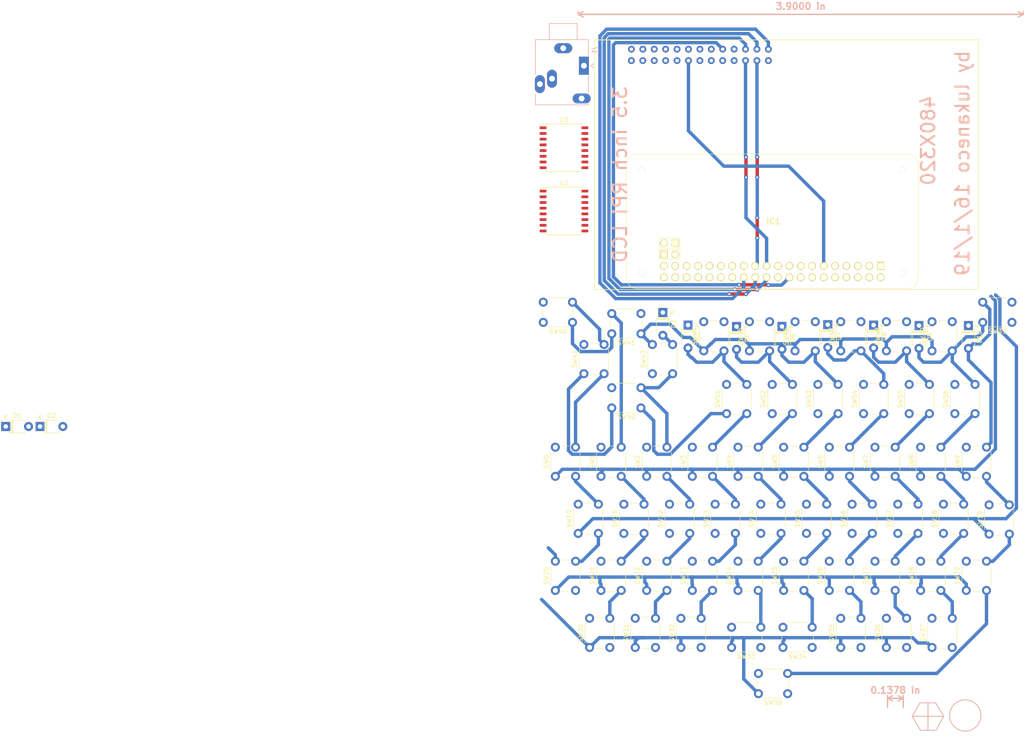
<source format=kicad_pcb>
(kicad_pcb (version 20171130) (host pcbnew "(5.0.2)-1")
  (layers (0 F.Cu signal) (31 B.Cu signal) (34 B.Paste user) (35 F.Paste user) (36 B.SilkS user) (37 F.SilkS user) (38 B.Mask user) (39 F.Mask user) (44 Edge.Cuts user))
  (net 0 "")
  (net 1 Col2)
  (net 2 Col3)
  (net 3 Col4)
  (net 4 Col5)
  (net 5 Col0)
  (net 6 Col1)
  (net 7 "Net-(DS1-Pad3)")
  (net 8 "Net-(DS1-Pad5)")
  (net 9 "Net-(DS1-Pad7)")
  (net 10 "Net-(DS1-Pad8)")
  (net 11 "Net-(DS1-Pad10)")
  (net 12 "Net-(DS1-Pad12)")
  (net 13 "Net-(DS1-Pad13)")
  (net 14 "Net-(DS1-Pad15)")
  (net 15 "Net-(DS1-Pad16)")
  (net 16 "Net-(J1-PadT)")
  (net 17 "Net-(J1-PadR)")
  (net 18 "Net-(J1-PadS)")
  (net 19 +3V3)
  (net 20 +5V)
  (net 21 GND)
  (net 22 TP_IRQ)
  (net 23 LCD_RS)
  (net 24 TP_SO)
  (net 25 RST)
  (net 26 LCD_SCK)
  (net 27 LCD_CS)
  (net 28 TP_CS)
  (net 29 Row0)
  (net 30 "Net-(D1-Pad2)")
  (net 31 "Net-(D2-Pad2)")
  (net 32 Row1)
  (net 33 Row2)
  (net 34 "Net-(D3-Pad2)")
  (net 35 "Net-(D4-Pad2)")
  (net 36 Row3)
  (net 37 Row4)
  (net 38 "Net-(D5-Pad2)")
  (net 39 Row5)
  (net 40 "Net-(D6-Pad2)")
  (net 41 "Net-(D7-Pad2)")
  (net 42 Row6)
  (net 43 "Net-(D8-Pad2)")
  (net 44 Row7)
  (net 45 Row8)
  (net 46 "Net-(D9-Pad2)")
  (net 47 "Net-(D10-Pad2)")
  (net 48 Row9)
  (net 49 "Net-(IC1-Pad7)")
  (net 50 "Net-(IC1-Pad8)")
  (net 51 "Net-(IC1-Pad10)")
  (net 52 "Net-(IC1-Pad12)")
  (net 53 "Net-(IC1-Pad13)")
  (net 54 "Net-(IC1-Pad15)")
  (net 55 "Net-(IC1-Pad16)")
  (net 56 "Net-(IC1-Pad19)")
  (net 57 "Net-(IC1-Pad27)")
  (net 58 "Net-(IC1-Pad28)")
  (net 59 "Net-(IC1-Pad29)")
  (net 60 "Net-(IC1-Pad30)")
  (net 61 "Net-(IC1-Pad31)")
  (net 62 "Net-(IC1-Pad32)")
  (net 63 "Net-(IC1-Pad33)")
  (net 64 "Net-(IC1-Pad34)")
  (net 65 "Net-(IC1-Pad35)")
  (net 66 "Net-(IC1-Pad36)")
  (net 67 "Net-(IC1-Pad37)")
  (net 68 "Net-(IC1-Pad38)")
  (net 69 "Net-(IC1-Pad39)")
  (net 70 "Net-(IC1-Pad40)")
  (net 71 "Net-(IC1-Pad41)")
  (net 72 "Net-(IC1-Pad42)")
  (net 73 "Net-(IC1-Pad43)")
  (net 74 "Net-(IC1-Pad44)")
  (net 75 SDA)
  (net 76 SDL)
  (net 77 "Net-(U2-Pad13)")
  (net 78 "Net-(U2-Pad3)")
  (net 79 "Net-(U2-Pad2)")
  (net 80 "Net-(U2-Pad1)")
  (net 81 "Net-(U3-Pad1)")
  (net 82 "Net-(U3-Pad2)")
  (net 83 "Net-(U3-Pad3)")
  (net 84 "Net-(U3-Pad13)")
  (module "pi zero:RASPBERRY_PI_ZERO_W" (layer F.Cu) (at 109.48 74.03 180)
    (fp_text reference IC1 (at 0 0 180) (layer F.SilkS) (effects (font (size 1.27 1.27) (thickness 0.254))))
    (fp_text value "Raspberry_Pi_Zero_W_(v1.3)" hide)
    (pad 1 thru_hole rect (at -23.885 -9.92 270) (size 1.665 1.665) (drill 1.11) (layers *.Cu *.Mask F.SilkS) (net 19 +3V3))
    (pad 2 thru_hole circle (at -23.885 -12.46 270) (size 1.665 1.665) (drill 1.11) (layers *.Cu *.Mask F.SilkS) (net 20 +5V))
    (pad 3 thru_hole circle (at -21.345 -9.92 270) (size 1.665 1.665) (drill 1.11) (layers *.Cu *.Mask F.SilkS) (net 75 SDA))
    (pad 4 thru_hole circle (at -21.345 -12.46 270) (size 1.665 1.665) (drill 1.11) (layers *.Cu *.Mask F.SilkS) (net 20 +5V))
    (pad 5 thru_hole circle (at -18.805 -9.92 270) (size 1.665 1.665) (drill 1.11) (layers *.Cu *.Mask F.SilkS) (net 76 SDL))
    (pad 6 thru_hole circle (at -18.805 -12.46 270) (size 1.665 1.665) (drill 1.11) (layers *.Cu *.Mask F.SilkS) (net 21 GND))
    (pad 7 thru_hole circle (at -16.265 -9.92 270) (size 1.665 1.665) (drill 1.11) (layers *.Cu *.Mask F.SilkS) (net 49 "Net-(IC1-Pad7)"))
    (pad 8 thru_hole circle (at -16.265 -12.46 270) (size 1.665 1.665) (drill 1.11) (layers *.Cu *.Mask F.SilkS) (net 50 "Net-(IC1-Pad8)"))
    (pad 9 thru_hole circle (at -13.725 -9.92 270) (size 1.665 1.665) (drill 1.11) (layers *.Cu *.Mask F.SilkS) (net 21 GND))
    (pad 10 thru_hole circle (at -13.725 -12.46 270) (size 1.665 1.665) (drill 1.11) (layers *.Cu *.Mask F.SilkS) (net 51 "Net-(IC1-Pad10)"))
    (pad 11 thru_hole circle (at -11.185 -9.92 270) (size 1.665 1.665) (drill 1.11) (layers *.Cu *.Mask F.SilkS) (net 22 TP_IRQ))
    (pad 12 thru_hole circle (at -11.185 -12.46 270) (size 1.665 1.665) (drill 1.11) (layers *.Cu *.Mask F.SilkS) (net 52 "Net-(IC1-Pad12)"))
    (pad 13 thru_hole circle (at -8.645 -9.92 270) (size 1.665 1.665) (drill 1.11) (layers *.Cu *.Mask F.SilkS) (net 53 "Net-(IC1-Pad13)"))
    (pad 14 thru_hole circle (at -8.645 -12.46 270) (size 1.665 1.665) (drill 1.11) (layers *.Cu *.Mask F.SilkS) (net 21 GND))
    (pad 15 thru_hole circle (at -6.105 -9.92 270) (size 1.665 1.665) (drill 1.11) (layers *.Cu *.Mask F.SilkS) (net 54 "Net-(IC1-Pad15)"))
    (pad 16 thru_hole circle (at -6.105 -12.46 270) (size 1.665 1.665) (drill 1.11) (layers *.Cu *.Mask F.SilkS) (net 55 "Net-(IC1-Pad16)"))
    (pad 17 thru_hole circle (at -3.565 -9.92 270) (size 1.665 1.665) (drill 1.11) (layers *.Cu *.Mask F.SilkS) (net 19 +3V3))
    (pad 18 thru_hole circle (at -3.565 -12.46 270) (size 1.665 1.665) (drill 1.11) (layers *.Cu *.Mask F.SilkS) (net 23 LCD_RS))
    (pad 19 thru_hole circle (at -1.025 -9.92 270) (size 1.665 1.665) (drill 1.11) (layers *.Cu *.Mask F.SilkS) (net 56 "Net-(IC1-Pad19)"))
    (pad 20 thru_hole circle (at -1.025 -12.46 270) (size 1.665 1.665) (drill 1.11) (layers *.Cu *.Mask F.SilkS) (net 21 GND))
    (pad 21 thru_hole circle (at 1.515 -9.92 270) (size 1.665 1.665) (drill 1.11) (layers *.Cu *.Mask F.SilkS) (net 24 TP_SO))
    (pad 22 thru_hole circle (at 1.515 -12.46 270) (size 1.665 1.665) (drill 1.11) (layers *.Cu *.Mask F.SilkS) (net 25 RST))
    (pad 23 thru_hole circle (at 4.055 -9.92 270) (size 1.665 1.665) (drill 1.11) (layers *.Cu *.Mask F.SilkS) (net 26 LCD_SCK))
    (pad 24 thru_hole circle (at 4.055 -12.46 270) (size 1.665 1.665) (drill 1.11) (layers *.Cu *.Mask F.SilkS) (net 27 LCD_CS))
    (pad 25 thru_hole circle (at 6.595 -9.92 270) (size 1.665 1.665) (drill 1.11) (layers *.Cu *.Mask F.SilkS) (net 21 GND))
    (pad 26 thru_hole circle (at 6.595 -12.46 270) (size 1.665 1.665) (drill 1.11) (layers *.Cu *.Mask F.SilkS) (net 28 TP_CS))
    (pad 27 thru_hole circle (at 9.135 -9.92 270) (size 1.665 1.665) (drill 1.11) (layers *.Cu *.Mask F.SilkS) (net 57 "Net-(IC1-Pad27)"))
    (pad 28 thru_hole circle (at 9.135 -12.46 270) (size 1.665 1.665) (drill 1.11) (layers *.Cu *.Mask F.SilkS) (net 58 "Net-(IC1-Pad28)"))
    (pad 29 thru_hole circle (at 11.675 -9.92 270) (size 1.665 1.665) (drill 1.11) (layers *.Cu *.Mask F.SilkS) (net 59 "Net-(IC1-Pad29)"))
    (pad 30 thru_hole circle (at 11.675 -12.46 270) (size 1.665 1.665) (drill 1.11) (layers *.Cu *.Mask F.SilkS) (net 60 "Net-(IC1-Pad30)"))
    (pad 31 thru_hole circle (at 14.215 -9.92 270) (size 1.665 1.665) (drill 1.11) (layers *.Cu *.Mask F.SilkS) (net 61 "Net-(IC1-Pad31)"))
    (pad 32 thru_hole circle (at 14.215 -12.46 270) (size 1.665 1.665) (drill 1.11) (layers *.Cu *.Mask F.SilkS) (net 62 "Net-(IC1-Pad32)"))
    (pad 33 thru_hole circle (at 16.755 -9.92 270) (size 1.665 1.665) (drill 1.11) (layers *.Cu *.Mask F.SilkS) (net 63 "Net-(IC1-Pad33)"))
    (pad 34 thru_hole circle (at 16.755 -12.46 270) (size 1.665 1.665) (drill 1.11) (layers *.Cu *.Mask F.SilkS) (net 64 "Net-(IC1-Pad34)"))
    (pad 35 thru_hole circle (at 19.295 -9.92 270) (size 1.665 1.665) (drill 1.11) (layers *.Cu *.Mask F.SilkS) (net 65 "Net-(IC1-Pad35)"))
    (pad 36 thru_hole circle (at 19.295 -12.46 270) (size 1.665 1.665) (drill 1.11) (layers *.Cu *.Mask F.SilkS) (net 66 "Net-(IC1-Pad36)"))
    (pad 37 thru_hole circle (at 21.835 -9.92 270) (size 1.665 1.665) (drill 1.11) (layers *.Cu *.Mask F.SilkS) (net 67 "Net-(IC1-Pad37)"))
    (pad 38 thru_hole circle (at 21.835 -12.46 270) (size 1.665 1.665) (drill 1.11) (layers *.Cu *.Mask F.SilkS) (net 68 "Net-(IC1-Pad38)"))
    (pad 39 thru_hole circle (at 24.375 -9.92 270) (size 1.665 1.665) (drill 1.11) (layers *.Cu *.Mask F.SilkS) (net 69 "Net-(IC1-Pad39)"))
    (pad 40 thru_hole circle (at 24.375 -12.46 270) (size 1.665 1.665) (drill 1.11) (layers *.Cu *.Mask F.SilkS) (net 70 "Net-(IC1-Pad40)"))
    (pad 41 thru_hole rect (at 24.375 -7.38 270) (size 1.665 1.665) (drill 1.11) (layers *.Cu *.Mask F.SilkS) (net 71 "Net-(IC1-Pad41)"))
    (pad 42 thru_hole circle (at 21.835 -7.38 270) (size 1.665 1.665) (drill 1.11) (layers *.Cu *.Mask F.SilkS) (net 72 "Net-(IC1-Pad42)"))
    (pad 43 thru_hole rect (at 21.835 -4.84 270) (size 1.665 1.665) (drill 1.11) (layers *.Cu *.Mask F.SilkS) (net 73 "Net-(IC1-Pad43)"))
    (pad 44 thru_hole circle (at 24.375 -4.84 270) (size 1.665 1.665) (drill 1.11) (layers *.Cu *.Mask F.SilkS) (net 74 "Net-(IC1-Pad44)"))
    (pad MH1 thru_hole circle (at -28.755 -11.5 270) (size 1.4 1.4) (drill 2.8) (layers *.Cu *.Mask F.SilkS))
    (pad MH2 thru_hole circle (at -28.755 11.5 270) (size 1.4 1.4) (drill 2.8) (layers *.Cu *.Mask F.SilkS))
    (pad MH3 thru_hole circle (at 29.245 11.5 270) (size 1.4 1.4) (drill 2.8) (layers *.Cu *.Mask F.SilkS))
    (pad MH4 thru_hole circle (at 29.245 -11.5 270) (size 1.4 1.4) (drill 2.8) (layers *.Cu *.Mask F.SilkS))
  )
  (module "35 display:3.5 inch RPi LCD" (layer B.Cu) (at 77.88 38.23)
    (fp_text reference DS1 hide)
    (fp_text value 3.5_Inch_RPI)
    (fp_text user "3.5 inch RPi LCD" (at -2.54 25.4 -90) (layer B.SilkS) (effects (font (size 3 3) (thickness 0.45)) (justify mirror)))
    (fp_text user 480X320 (at 66.04 17.78 -90) (layer B.SilkS) (effects (font (size 3 3) (thickness 0.45)) (justify mirror)))
    (fp_text user "by lukaneco 16/1/19" (at 73.66 22.86 -90) (layer B.SilkS) (effects (font (size 3 3) (thickness 0.45)) (justify mirror)))
    (pad 1 thru_hole circle (at 0 0) (size 1.524 1.524) (drill 0.762) (layers *.Cu *.Mask) (net 19 +3V3))
    (pad 2 thru_hole circle (at 0 -2.54) (size 1.524 1.524) (drill 0.762) (layers *.Cu *.Mask) (net 20 +5V))
    (pad 3 thru_hole circle (at 2.54 0) (size 1.524 1.524) (drill 0.762) (layers *.Cu *.Mask) (net 7 "Net-(DS1-Pad3)"))
    (pad 4 thru_hole circle (at 2.54 -2.54) (size 1.524 1.524) (drill 0.762) (layers *.Cu *.Mask) (net 20 +5V))
    (pad 5 thru_hole circle (at 5.08 0) (size 1.524 1.524) (drill 0.762) (layers *.Cu *.Mask) (net 8 "Net-(DS1-Pad5)"))
    (pad 6 thru_hole circle (at 5.08 -2.54) (size 1.524 1.524) (drill 0.762) (layers *.Cu *.Mask) (net 21 GND))
    (pad 7 thru_hole circle (at 7.62 0) (size 1.524 1.524) (drill 0.762) (layers *.Cu *.Mask) (net 9 "Net-(DS1-Pad7)"))
    (pad 8 thru_hole circle (at 7.62 -2.54) (size 1.524 1.524) (drill 0.762) (layers *.Cu *.Mask) (net 10 "Net-(DS1-Pad8)"))
    (pad 9 thru_hole circle (at 10.16 0) (size 1.524 1.524) (drill 0.762) (layers *.Cu *.Mask) (net 21 GND))
    (pad 10 thru_hole circle (at 10.16 -2.54) (size 1.524 1.524) (drill 0.762) (layers *.Cu *.Mask) (net 11 "Net-(DS1-Pad10)"))
    (pad 11 thru_hole circle (at 12.7 0) (size 1.524 1.524) (drill 0.762) (layers *.Cu *.Mask) (net 22 TP_IRQ))
    (pad 12 thru_hole circle (at 12.7 -2.54) (size 1.524 1.524) (drill 0.762) (layers *.Cu *.Mask) (net 12 "Net-(DS1-Pad12)"))
    (pad 13 thru_hole circle (at 15.24 0) (size 1.524 1.524) (drill 0.762) (layers *.Cu *.Mask) (net 13 "Net-(DS1-Pad13)"))
    (pad 14 thru_hole circle (at 15.24 -2.54) (size 1.524 1.524) (drill 0.762) (layers *.Cu *.Mask) (net 21 GND))
    (pad 15 thru_hole circle (at 17.78 0) (size 1.524 1.524) (drill 0.762) (layers *.Cu *.Mask) (net 14 "Net-(DS1-Pad15)"))
    (pad 16 thru_hole circle (at 17.78 -2.54) (size 1.524 1.524) (drill 0.762) (layers *.Cu *.Mask) (net 15 "Net-(DS1-Pad16)"))
    (pad 17 thru_hole circle (at 20.32 0) (size 1.524 1.524) (drill 0.762) (layers *.Cu *.Mask) (net 19 +3V3))
    (pad 18 thru_hole circle (at 20.32 -2.54) (size 1.524 1.524) (drill 0.762) (layers *.Cu *.Mask) (net 23 LCD_RS))
    (pad 19 thru_hole circle (at 22.86 0) (size 1.524 1.524) (drill 0.762) (layers *.Cu *.Mask))
    (pad 20 thru_hole circle (at 22.86 -2.54) (size 1.524 1.524) (drill 0.762) (layers *.Cu *.Mask) (net 21 GND))
    (pad 21 thru_hole circle (at 25.4 0) (size 1.524 1.524) (drill 0.762) (layers *.Cu *.Mask) (net 24 TP_SO))
    (pad 22 thru_hole circle (at 25.4 -2.54) (size 1.524 1.524) (drill 0.762) (layers *.Cu *.Mask) (net 25 RST))
    (pad 23 thru_hole circle (at 27.94 0) (size 1.524 1.524) (drill 0.762) (layers *.Cu *.Mask) (net 26 LCD_SCK))
    (pad 24 thru_hole circle (at 27.94 -2.54) (size 1.524 1.524) (drill 0.762) (layers *.Cu *.Mask) (net 27 LCD_CS))
    (pad 25 thru_hole circle (at 30.48 0) (size 1.524 1.524) (drill 0.762) (layers *.Cu *.Mask) (net 21 GND))
    (pad 26 thru_hole circle (at 30.48 -2.54) (size 1.524 1.524) (drill 0.762) (layers *.Cu *.Mask) (net 28 TP_CS))
  )
  (module Button_Switch_THT:SW_PUSH_6mm (layer F.Cu) (at 60.96 130.81 90)
    (fp_text reference SW0 (at 3.25 -2 90) (layer F.SilkS))
    (fp_text value SW_Push)
    (pad 2 thru_hole circle (at 0 4.5 180) (size 2 2) (drill 1.1) (layers *.Cu *.Mask) (net 30 "Net-(D1-Pad2)"))
    (pad 1 thru_hole circle (at 0 0 180) (size 2 2) (drill 1.1) (layers *.Cu *.Mask) (net 1 Col2))
    (pad 2 thru_hole circle (at 6.5 4.5 180) (size 2 2) (drill 1.1) (layers *.Cu *.Mask) (net 30 "Net-(D1-Pad2)"))
    (pad 1 thru_hole circle (at 6.5 0 180) (size 2 2) (drill 1.1) (layers *.Cu *.Mask) (net 1 Col2))
  )
  (module Button_Switch_THT:SW_PUSH_6mm (layer F.Cu) (at 71.12 130.81 90)
    (fp_text reference SW1 (at 3.25 -2 90) (layer F.SilkS))
    (fp_text value SW_Push)
    (pad 1 thru_hole circle (at 6.5 0 180) (size 2 2) (drill 1.1) (layers *.Cu *.Mask) (net 1 Col2))
    (pad 2 thru_hole circle (at 6.5 4.5 180) (size 2 2) (drill 1.1) (layers *.Cu *.Mask) (net 31 "Net-(D2-Pad2)"))
    (pad 1 thru_hole circle (at 0 0 180) (size 2 2) (drill 1.1) (layers *.Cu *.Mask) (net 1 Col2))
    (pad 2 thru_hole circle (at 0 4.5 180) (size 2 2) (drill 1.1) (layers *.Cu *.Mask) (net 31 "Net-(D2-Pad2)"))
  )
  (module Button_Switch_THT:SW_PUSH_6mm (layer F.Cu) (at 81.28 130.81 90)
    (fp_text reference SW2 (at 3.25 -2 90) (layer F.SilkS))
    (fp_text value SW_Push)
    (pad 2 thru_hole circle (at 0 4.5 180) (size 2 2) (drill 1.1) (layers *.Cu *.Mask) (net 34 "Net-(D3-Pad2)"))
    (pad 1 thru_hole circle (at 0 0 180) (size 2 2) (drill 1.1) (layers *.Cu *.Mask) (net 1 Col2))
    (pad 2 thru_hole circle (at 6.5 4.5 180) (size 2 2) (drill 1.1) (layers *.Cu *.Mask) (net 34 "Net-(D3-Pad2)"))
    (pad 1 thru_hole circle (at 6.5 0 180) (size 2 2) (drill 1.1) (layers *.Cu *.Mask) (net 1 Col2))
  )
  (module Button_Switch_THT:SW_PUSH_6mm (layer F.Cu) (at 91.44 130.81 90)
    (fp_text reference SW3 (at 3.25 -2 90) (layer F.SilkS))
    (fp_text value SW_Push)
    (pad 2 thru_hole circle (at 0 4.5 180) (size 2 2) (drill 1.1) (layers *.Cu *.Mask) (net 35 "Net-(D4-Pad2)"))
    (pad 1 thru_hole circle (at 0 0 180) (size 2 2) (drill 1.1) (layers *.Cu *.Mask) (net 1 Col2))
    (pad 2 thru_hole circle (at 6.5 4.5 180) (size 2 2) (drill 1.1) (layers *.Cu *.Mask) (net 35 "Net-(D4-Pad2)"))
    (pad 1 thru_hole circle (at 6.5 0 180) (size 2 2) (drill 1.1) (layers *.Cu *.Mask) (net 1 Col2))
  )
  (module Button_Switch_THT:SW_PUSH_6mm (layer F.Cu) (at 101.6 130.81 90)
    (fp_text reference SW4 (at 3.25 -2 90) (layer F.SilkS))
    (fp_text value SW_Push)
    (pad 1 thru_hole circle (at 6.5 0 180) (size 2 2) (drill 1.1) (layers *.Cu *.Mask) (net 1 Col2))
    (pad 2 thru_hole circle (at 6.5 4.5 180) (size 2 2) (drill 1.1) (layers *.Cu *.Mask) (net 38 "Net-(D5-Pad2)"))
    (pad 1 thru_hole circle (at 0 0 180) (size 2 2) (drill 1.1) (layers *.Cu *.Mask) (net 1 Col2))
    (pad 2 thru_hole circle (at 0 4.5 180) (size 2 2) (drill 1.1) (layers *.Cu *.Mask) (net 38 "Net-(D5-Pad2)"))
  )
  (module Button_Switch_THT:SW_PUSH_6mm (layer F.Cu) (at 111.76 130.81 90)
    (fp_text reference SW5 (at 3.25 -2 90) (layer F.SilkS))
    (fp_text value SW_Push)
    (pad 2 thru_hole circle (at 0 4.5 180) (size 2 2) (drill 1.1) (layers *.Cu *.Mask) (net 40 "Net-(D6-Pad2)"))
    (pad 1 thru_hole circle (at 0 0 180) (size 2 2) (drill 1.1) (layers *.Cu *.Mask) (net 1 Col2))
    (pad 2 thru_hole circle (at 6.5 4.5 180) (size 2 2) (drill 1.1) (layers *.Cu *.Mask) (net 40 "Net-(D6-Pad2)"))
    (pad 1 thru_hole circle (at 6.5 0 180) (size 2 2) (drill 1.1) (layers *.Cu *.Mask) (net 1 Col2))
  )
  (module Button_Switch_THT:SW_PUSH_6mm (layer F.Cu) (at 121.92 130.81 90)
    (fp_text reference SW6 (at 3.25 -2 90) (layer F.SilkS))
    (fp_text value SW_Push)
    (pad 2 thru_hole circle (at 0 4.5 180) (size 2 2) (drill 1.1) (layers *.Cu *.Mask) (net 41 "Net-(D7-Pad2)"))
    (pad 1 thru_hole circle (at 0 0 180) (size 2 2) (drill 1.1) (layers *.Cu *.Mask) (net 1 Col2))
    (pad 2 thru_hole circle (at 6.5 4.5 180) (size 2 2) (drill 1.1) (layers *.Cu *.Mask) (net 41 "Net-(D7-Pad2)"))
    (pad 1 thru_hole circle (at 6.5 0 180) (size 2 2) (drill 1.1) (layers *.Cu *.Mask) (net 1 Col2))
  )
  (module Button_Switch_THT:SW_PUSH_6mm (layer F.Cu) (at 132.08 130.81 90)
    (fp_text reference SW7 (at 3.25 -2 90) (layer F.SilkS))
    (fp_text value SW_Push)
    (pad 1 thru_hole circle (at 6.5 0 180) (size 2 2) (drill 1.1) (layers *.Cu *.Mask) (net 1 Col2))
    (pad 2 thru_hole circle (at 6.5 4.5 180) (size 2 2) (drill 1.1) (layers *.Cu *.Mask) (net 43 "Net-(D8-Pad2)"))
    (pad 1 thru_hole circle (at 0 0 180) (size 2 2) (drill 1.1) (layers *.Cu *.Mask) (net 1 Col2))
    (pad 2 thru_hole circle (at 0 4.5 180) (size 2 2) (drill 1.1) (layers *.Cu *.Mask) (net 43 "Net-(D8-Pad2)"))
  )
  (module Button_Switch_THT:SW_PUSH_6mm (layer F.Cu) (at 142.24 130.81 90)
    (fp_text reference SW8 (at 3.25 -2 90) (layer F.SilkS))
    (fp_text value SW_Push)
    (pad 1 thru_hole circle (at 6.5 0 180) (size 2 2) (drill 1.1) (layers *.Cu *.Mask) (net 1 Col2))
    (pad 2 thru_hole circle (at 6.5 4.5 180) (size 2 2) (drill 1.1) (layers *.Cu *.Mask) (net 46 "Net-(D9-Pad2)"))
    (pad 1 thru_hole circle (at 0 0 180) (size 2 2) (drill 1.1) (layers *.Cu *.Mask) (net 1 Col2))
    (pad 2 thru_hole circle (at 0 4.5 180) (size 2 2) (drill 1.1) (layers *.Cu *.Mask) (net 46 "Net-(D9-Pad2)"))
  )
  (module Button_Switch_THT:SW_PUSH_6mm (layer F.Cu) (at 152.4 130.81 90)
    (fp_text reference SW9 (at 3.25 -2 90) (layer F.SilkS))
    (fp_text value SW_Push)
    (pad 2 thru_hole circle (at 0 4.5 180) (size 2 2) (drill 1.1) (layers *.Cu *.Mask) (net 47 "Net-(D10-Pad2)"))
    (pad 1 thru_hole circle (at 0 0 180) (size 2 2) (drill 1.1) (layers *.Cu *.Mask) (net 1 Col2))
    (pad 2 thru_hole circle (at 6.5 4.5 180) (size 2 2) (drill 1.1) (layers *.Cu *.Mask) (net 47 "Net-(D10-Pad2)"))
    (pad 1 thru_hole circle (at 6.5 0 180) (size 2 2) (drill 1.1) (layers *.Cu *.Mask) (net 1 Col2))
  )
  (module Button_Switch_THT:SW_PUSH_6mm (layer F.Cu) (at 66.04 143.51 90)
    (fp_text reference SW10 (at 3.25 -2 90) (layer F.SilkS))
    (fp_text value SW_Push)
    (pad 1 thru_hole circle (at 6.5 0 180) (size 2 2) (drill 1.1) (layers *.Cu *.Mask) (net 2 Col3))
    (pad 2 thru_hole circle (at 6.5 4.5 180) (size 2 2) (drill 1.1) (layers *.Cu *.Mask) (net 30 "Net-(D1-Pad2)"))
    (pad 1 thru_hole circle (at 0 0 180) (size 2 2) (drill 1.1) (layers *.Cu *.Mask) (net 2 Col3))
    (pad 2 thru_hole circle (at 0 4.5 180) (size 2 2) (drill 1.1) (layers *.Cu *.Mask) (net 30 "Net-(D1-Pad2)"))
  )
  (module Button_Switch_THT:SW_PUSH_6mm (layer F.Cu) (at 76.2 143.51 90)
    (fp_text reference SW11 (at 3.25 -2 90) (layer F.SilkS))
    (fp_text value SW_Push)
    (pad 2 thru_hole circle (at 0 4.5 180) (size 2 2) (drill 1.1) (layers *.Cu *.Mask) (net 31 "Net-(D2-Pad2)"))
    (pad 1 thru_hole circle (at 0 0 180) (size 2 2) (drill 1.1) (layers *.Cu *.Mask) (net 2 Col3))
    (pad 2 thru_hole circle (at 6.5 4.5 180) (size 2 2) (drill 1.1) (layers *.Cu *.Mask) (net 31 "Net-(D2-Pad2)"))
    (pad 1 thru_hole circle (at 6.5 0 180) (size 2 2) (drill 1.1) (layers *.Cu *.Mask) (net 2 Col3))
  )
  (module Button_Switch_THT:SW_PUSH_6mm (layer F.Cu) (at 86.36 143.51 90)
    (fp_text reference SW12 (at 3.25 -2 90) (layer F.SilkS))
    (fp_text value SW_Push)
    (pad 1 thru_hole circle (at 6.5 0 180) (size 2 2) (drill 1.1) (layers *.Cu *.Mask) (net 2 Col3))
    (pad 2 thru_hole circle (at 6.5 4.5 180) (size 2 2) (drill 1.1) (layers *.Cu *.Mask) (net 34 "Net-(D3-Pad2)"))
    (pad 1 thru_hole circle (at 0 0 180) (size 2 2) (drill 1.1) (layers *.Cu *.Mask) (net 2 Col3))
    (pad 2 thru_hole circle (at 0 4.5 180) (size 2 2) (drill 1.1) (layers *.Cu *.Mask) (net 34 "Net-(D3-Pad2)"))
  )
  (module Button_Switch_THT:SW_PUSH_6mm (layer F.Cu) (at 96.52 143.51 90)
    (fp_text reference SW13 (at 3.25 -2 90) (layer F.SilkS))
    (fp_text value SW_Push)
    (pad 1 thru_hole circle (at 6.5 0 180) (size 2 2) (drill 1.1) (layers *.Cu *.Mask) (net 2 Col3))
    (pad 2 thru_hole circle (at 6.5 4.5 180) (size 2 2) (drill 1.1) (layers *.Cu *.Mask) (net 35 "Net-(D4-Pad2)"))
    (pad 1 thru_hole circle (at 0 0 180) (size 2 2) (drill 1.1) (layers *.Cu *.Mask) (net 2 Col3))
    (pad 2 thru_hole circle (at 0 4.5 180) (size 2 2) (drill 1.1) (layers *.Cu *.Mask) (net 35 "Net-(D4-Pad2)"))
  )
  (module Button_Switch_THT:SW_PUSH_6mm (layer F.Cu) (at 106.68 143.51 90)
    (fp_text reference SW14 (at 3.25 -2 90) (layer F.SilkS))
    (fp_text value SW_Push)
    (pad 2 thru_hole circle (at 0 4.5 180) (size 2 2) (drill 1.1) (layers *.Cu *.Mask) (net 38 "Net-(D5-Pad2)"))
    (pad 1 thru_hole circle (at 0 0 180) (size 2 2) (drill 1.1) (layers *.Cu *.Mask) (net 2 Col3))
    (pad 2 thru_hole circle (at 6.5 4.5 180) (size 2 2) (drill 1.1) (layers *.Cu *.Mask) (net 38 "Net-(D5-Pad2)"))
    (pad 1 thru_hole circle (at 6.5 0 180) (size 2 2) (drill 1.1) (layers *.Cu *.Mask) (net 2 Col3))
  )
  (module Button_Switch_THT:SW_PUSH_6mm (layer F.Cu) (at 116.84 143.51 90)
    (fp_text reference SW15 (at 3.25 -2 90) (layer F.SilkS))
    (fp_text value SW_Push)
    (pad 2 thru_hole circle (at 0 4.5 180) (size 2 2) (drill 1.1) (layers *.Cu *.Mask) (net 40 "Net-(D6-Pad2)"))
    (pad 1 thru_hole circle (at 0 0 180) (size 2 2) (drill 1.1) (layers *.Cu *.Mask) (net 2 Col3))
    (pad 2 thru_hole circle (at 6.5 4.5 180) (size 2 2) (drill 1.1) (layers *.Cu *.Mask) (net 40 "Net-(D6-Pad2)"))
    (pad 1 thru_hole circle (at 6.5 0 180) (size 2 2) (drill 1.1) (layers *.Cu *.Mask) (net 2 Col3))
  )
  (module Button_Switch_THT:SW_PUSH_6mm (layer F.Cu) (at 127 143.51 90)
    (fp_text reference SW16 (at 3.25 -2 90) (layer F.SilkS))
    (fp_text value SW_Push)
    (pad 1 thru_hole circle (at 6.5 0 180) (size 2 2) (drill 1.1) (layers *.Cu *.Mask) (net 2 Col3))
    (pad 2 thru_hole circle (at 6.5 4.5 180) (size 2 2) (drill 1.1) (layers *.Cu *.Mask) (net 41 "Net-(D7-Pad2)"))
    (pad 1 thru_hole circle (at 0 0 180) (size 2 2) (drill 1.1) (layers *.Cu *.Mask) (net 2 Col3))
    (pad 2 thru_hole circle (at 0 4.5 180) (size 2 2) (drill 1.1) (layers *.Cu *.Mask) (net 41 "Net-(D7-Pad2)"))
  )
  (module Button_Switch_THT:SW_PUSH_6mm (layer F.Cu) (at 137.16 143.51 90)
    (fp_text reference SW17 (at 3.25 -2 90) (layer F.SilkS))
    (fp_text value SW_Push)
    (pad 2 thru_hole circle (at 0 4.5 180) (size 2 2) (drill 1.1) (layers *.Cu *.Mask) (net 43 "Net-(D8-Pad2)"))
    (pad 1 thru_hole circle (at 0 0 180) (size 2 2) (drill 1.1) (layers *.Cu *.Mask) (net 2 Col3))
    (pad 2 thru_hole circle (at 6.5 4.5 180) (size 2 2) (drill 1.1) (layers *.Cu *.Mask) (net 43 "Net-(D8-Pad2)"))
    (pad 1 thru_hole circle (at 6.5 0 180) (size 2 2) (drill 1.1) (layers *.Cu *.Mask) (net 2 Col3))
  )
  (module Button_Switch_THT:SW_PUSH_6mm (layer F.Cu) (at 147.32 143.51 90)
    (fp_text reference SW18 (at 3.25 -2 90) (layer F.SilkS))
    (fp_text value SW_Push)
    (pad 1 thru_hole circle (at 6.5 0 180) (size 2 2) (drill 1.1) (layers *.Cu *.Mask) (net 2 Col3))
    (pad 2 thru_hole circle (at 6.5 4.5 180) (size 2 2) (drill 1.1) (layers *.Cu *.Mask) (net 46 "Net-(D9-Pad2)"))
    (pad 1 thru_hole circle (at 0 0 180) (size 2 2) (drill 1.1) (layers *.Cu *.Mask) (net 2 Col3))
    (pad 2 thru_hole circle (at 0 4.5 180) (size 2 2) (drill 1.1) (layers *.Cu *.Mask) (net 46 "Net-(D9-Pad2)"))
  )
  (module Button_Switch_THT:SW_PUSH_6mm (layer F.Cu) (at 157.48 143.66 90)
    (fp_text reference SW19 (at 3.25 -2 90) (layer F.SilkS))
    (fp_text value SW_Push)
    (pad 1 thru_hole circle (at 6.5 0 180) (size 2 2) (drill 1.1) (layers *.Cu *.Mask) (net 2 Col3))
    (pad 2 thru_hole circle (at 6.5 4.5 180) (size 2 2) (drill 1.1) (layers *.Cu *.Mask) (net 47 "Net-(D10-Pad2)"))
    (pad 1 thru_hole circle (at 0 0 180) (size 2 2) (drill 1.1) (layers *.Cu *.Mask) (net 2 Col3))
    (pad 2 thru_hole circle (at 0 4.5 180) (size 2 2) (drill 1.1) (layers *.Cu *.Mask) (net 47 "Net-(D10-Pad2)"))
  )
  (module Button_Switch_THT:SW_PUSH_6mm (layer F.Cu) (at 60.96 156.21 90)
    (fp_text reference SW20 (at 3.25 -2 90) (layer F.SilkS))
    (fp_text value SW_Push)
    (pad 2 thru_hole circle (at 0 4.5 180) (size 2 2) (drill 1.1) (layers *.Cu *.Mask) (net 30 "Net-(D1-Pad2)"))
    (pad 1 thru_hole circle (at 0 0 180) (size 2 2) (drill 1.1) (layers *.Cu *.Mask) (net 3 Col4))
    (pad 2 thru_hole circle (at 6.5 4.5 180) (size 2 2) (drill 1.1) (layers *.Cu *.Mask) (net 30 "Net-(D1-Pad2)"))
    (pad 1 thru_hole circle (at 6.5 0 180) (size 2 2) (drill 1.1) (layers *.Cu *.Mask) (net 3 Col4))
  )
  (module Button_Switch_THT:SW_PUSH_6mm (layer F.Cu) (at 71.12 156.21 90)
    (fp_text reference SW21 (at 3.25 -2 90) (layer F.SilkS))
    (fp_text value SW_Push)
    (pad 1 thru_hole circle (at 6.5 0 180) (size 2 2) (drill 1.1) (layers *.Cu *.Mask) (net 3 Col4))
    (pad 2 thru_hole circle (at 6.5 4.5 180) (size 2 2) (drill 1.1) (layers *.Cu *.Mask) (net 31 "Net-(D2-Pad2)"))
    (pad 1 thru_hole circle (at 0 0 180) (size 2 2) (drill 1.1) (layers *.Cu *.Mask) (net 3 Col4))
    (pad 2 thru_hole circle (at 0 4.5 180) (size 2 2) (drill 1.1) (layers *.Cu *.Mask) (net 31 "Net-(D2-Pad2)"))
  )
  (module Button_Switch_THT:SW_PUSH_6mm (layer F.Cu) (at 81.28 156.21 90)
    (fp_text reference SW22 (at 3.25 -2 90) (layer F.SilkS))
    (fp_text value SW_Push)
    (pad 2 thru_hole circle (at 0 4.5 180) (size 2 2) (drill 1.1) (layers *.Cu *.Mask) (net 34 "Net-(D3-Pad2)"))
    (pad 1 thru_hole circle (at 0 0 180) (size 2 2) (drill 1.1) (layers *.Cu *.Mask) (net 3 Col4))
    (pad 2 thru_hole circle (at 6.5 4.5 180) (size 2 2) (drill 1.1) (layers *.Cu *.Mask) (net 34 "Net-(D3-Pad2)"))
    (pad 1 thru_hole circle (at 6.5 0 180) (size 2 2) (drill 1.1) (layers *.Cu *.Mask) (net 3 Col4))
  )
  (module Button_Switch_THT:SW_PUSH_6mm (layer F.Cu) (at 91.44 156.21 90)
    (fp_text reference SW23 (at 3.25 -2 90) (layer F.SilkS))
    (fp_text value SW_Push)
    (pad 2 thru_hole circle (at 0 4.5 180) (size 2 2) (drill 1.1) (layers *.Cu *.Mask) (net 35 "Net-(D4-Pad2)"))
    (pad 1 thru_hole circle (at 0 0 180) (size 2 2) (drill 1.1) (layers *.Cu *.Mask) (net 3 Col4))
    (pad 2 thru_hole circle (at 6.5 4.5 180) (size 2 2) (drill 1.1) (layers *.Cu *.Mask) (net 35 "Net-(D4-Pad2)"))
    (pad 1 thru_hole circle (at 6.5 0 180) (size 2 2) (drill 1.1) (layers *.Cu *.Mask) (net 3 Col4))
  )
  (module Button_Switch_THT:SW_PUSH_6mm (layer F.Cu) (at 101.6 156.21 90)
    (fp_text reference SW24 (at 3.25 -2 90) (layer F.SilkS))
    (fp_text value SW_Push)
    (pad 2 thru_hole circle (at 0 4.5 180) (size 2 2) (drill 1.1) (layers *.Cu *.Mask) (net 38 "Net-(D5-Pad2)"))
    (pad 1 thru_hole circle (at 0 0 180) (size 2 2) (drill 1.1) (layers *.Cu *.Mask) (net 3 Col4))
    (pad 2 thru_hole circle (at 6.5 4.5 180) (size 2 2) (drill 1.1) (layers *.Cu *.Mask) (net 38 "Net-(D5-Pad2)"))
    (pad 1 thru_hole circle (at 6.5 0 180) (size 2 2) (drill 1.1) (layers *.Cu *.Mask) (net 3 Col4))
  )
  (module Button_Switch_THT:SW_PUSH_6mm (layer F.Cu) (at 111.76 156.21 90)
    (fp_text reference SW25 (at 3.25 -2 90) (layer F.SilkS))
    (fp_text value SW_Push)
    (pad 1 thru_hole circle (at 6.5 0 180) (size 2 2) (drill 1.1) (layers *.Cu *.Mask) (net 3 Col4))
    (pad 2 thru_hole circle (at 6.5 4.5 180) (size 2 2) (drill 1.1) (layers *.Cu *.Mask) (net 40 "Net-(D6-Pad2)"))
    (pad 1 thru_hole circle (at 0 0 180) (size 2 2) (drill 1.1) (layers *.Cu *.Mask) (net 3 Col4))
    (pad 2 thru_hole circle (at 0 4.5 180) (size 2 2) (drill 1.1) (layers *.Cu *.Mask) (net 40 "Net-(D6-Pad2)"))
  )
  (module Button_Switch_THT:SW_PUSH_6mm (layer F.Cu) (at 121.92 156.21 90)
    (fp_text reference SW26 (at 3.25 -2 90) (layer F.SilkS))
    (fp_text value SW_Push)
    (pad 2 thru_hole circle (at 0 4.5 180) (size 2 2) (drill 1.1) (layers *.Cu *.Mask) (net 41 "Net-(D7-Pad2)"))
    (pad 1 thru_hole circle (at 0 0 180) (size 2 2) (drill 1.1) (layers *.Cu *.Mask) (net 3 Col4))
    (pad 2 thru_hole circle (at 6.5 4.5 180) (size 2 2) (drill 1.1) (layers *.Cu *.Mask) (net 41 "Net-(D7-Pad2)"))
    (pad 1 thru_hole circle (at 6.5 0 180) (size 2 2) (drill 1.1) (layers *.Cu *.Mask) (net 3 Col4))
  )
  (module Button_Switch_THT:SW_PUSH_6mm (layer F.Cu) (at 132.08 156.21 90)
    (fp_text reference SW27 (at 3.25 -2 90) (layer F.SilkS))
    (fp_text value SW_Push)
    (pad 1 thru_hole circle (at 6.5 0 180) (size 2 2) (drill 1.1) (layers *.Cu *.Mask) (net 3 Col4))
    (pad 2 thru_hole circle (at 6.5 4.5 180) (size 2 2) (drill 1.1) (layers *.Cu *.Mask) (net 43 "Net-(D8-Pad2)"))
    (pad 1 thru_hole circle (at 0 0 180) (size 2 2) (drill 1.1) (layers *.Cu *.Mask) (net 3 Col4))
    (pad 2 thru_hole circle (at 0 4.5 180) (size 2 2) (drill 1.1) (layers *.Cu *.Mask) (net 43 "Net-(D8-Pad2)"))
  )
  (module Button_Switch_THT:SW_PUSH_6mm (layer F.Cu) (at 142.24 156.21 90)
    (fp_text reference SW28 (at 3.25 -2 90) (layer F.SilkS))
    (fp_text value SW_Push)
    (pad 2 thru_hole circle (at 0 4.5 180) (size 2 2) (drill 1.1) (layers *.Cu *.Mask) (net 46 "Net-(D9-Pad2)"))
    (pad 1 thru_hole circle (at 0 0 180) (size 2 2) (drill 1.1) (layers *.Cu *.Mask) (net 3 Col4))
    (pad 2 thru_hole circle (at 6.5 4.5 180) (size 2 2) (drill 1.1) (layers *.Cu *.Mask) (net 46 "Net-(D9-Pad2)"))
    (pad 1 thru_hole circle (at 6.5 0 180) (size 2 2) (drill 1.1) (layers *.Cu *.Mask) (net 3 Col4))
  )
  (module Button_Switch_THT:SW_PUSH_6mm (layer F.Cu) (at 152.4 156.21 90)
    (fp_text reference SW29 (at 3.25 -2 90) (layer F.SilkS))
    (fp_text value SW_Push)
    (pad 1 thru_hole circle (at 6.5 0 180) (size 2 2) (drill 1.1) (layers *.Cu *.Mask) (net 3 Col4))
    (pad 2 thru_hole circle (at 6.5 4.5 180) (size 2 2) (drill 1.1) (layers *.Cu *.Mask) (net 47 "Net-(D10-Pad2)"))
    (pad 1 thru_hole circle (at 0 0 180) (size 2 2) (drill 1.1) (layers *.Cu *.Mask) (net 3 Col4))
    (pad 2 thru_hole circle (at 0 4.5 180) (size 2 2) (drill 1.1) (layers *.Cu *.Mask) (net 47 "Net-(D10-Pad2)"))
  )
  (module Button_Switch_THT:SW_PUSH_6mm (layer F.Cu) (at 68.58 168.91 90)
    (fp_text reference SW30 (at 3.25 -2 90) (layer F.SilkS))
    (fp_text value SW_Push)
    (pad 1 thru_hole circle (at 6.5 0 180) (size 2 2) (drill 1.1) (layers *.Cu *.Mask) (net 4 Col5))
    (pad 2 thru_hole circle (at 6.5 4.5 180) (size 2 2) (drill 1.1) (layers *.Cu *.Mask) (net 31 "Net-(D2-Pad2)"))
    (pad 1 thru_hole circle (at 0 0 180) (size 2 2) (drill 1.1) (layers *.Cu *.Mask) (net 4 Col5))
    (pad 2 thru_hole circle (at 0 4.5 180) (size 2 2) (drill 1.1) (layers *.Cu *.Mask) (net 31 "Net-(D2-Pad2)"))
  )
  (module Button_Switch_THT:SW_PUSH_6mm (layer F.Cu) (at 78.74 168.91 90)
    (fp_text reference SW31 (at 3.25 -2 90) (layer F.SilkS))
    (fp_text value SW_Push)
    (pad 2 thru_hole circle (at 0 4.5 180) (size 2 2) (drill 1.1) (layers *.Cu *.Mask) (net 34 "Net-(D3-Pad2)"))
    (pad 1 thru_hole circle (at 0 0 180) (size 2 2) (drill 1.1) (layers *.Cu *.Mask) (net 4 Col5))
    (pad 2 thru_hole circle (at 6.5 4.5 180) (size 2 2) (drill 1.1) (layers *.Cu *.Mask) (net 34 "Net-(D3-Pad2)"))
    (pad 1 thru_hole circle (at 6.5 0 180) (size 2 2) (drill 1.1) (layers *.Cu *.Mask) (net 4 Col5))
  )
  (module Button_Switch_THT:SW_PUSH_6mm (layer F.Cu) (at 88.9 168.91 90)
    (fp_text reference SW32 (at 3.25 -2 90) (layer F.SilkS))
    (fp_text value SW_Push)
    (pad 1 thru_hole circle (at 6.5 0 180) (size 2 2) (drill 1.1) (layers *.Cu *.Mask) (net 4 Col5))
    (pad 2 thru_hole circle (at 6.5 4.5 180) (size 2 2) (drill 1.1) (layers *.Cu *.Mask) (net 35 "Net-(D4-Pad2)"))
    (pad 1 thru_hole circle (at 0 0 180) (size 2 2) (drill 1.1) (layers *.Cu *.Mask) (net 4 Col5))
    (pad 2 thru_hole circle (at 0 4.5 180) (size 2 2) (drill 1.1) (layers *.Cu *.Mask) (net 35 "Net-(D4-Pad2)"))
  )
  (module Button_Switch_THT:SW_PUSH_6mm (layer F.Cu) (at 106.68 168.91 180)
    (fp_text reference SW33 (at 3.25 -2 180) (layer F.SilkS))
    (fp_text value SW_Push)
    (pad 2 thru_hole circle (at 0 4.5 270) (size 2 2) (drill 1.1) (layers *.Cu *.Mask) (net 38 "Net-(D5-Pad2)"))
    (pad 1 thru_hole circle (at 0 0 270) (size 2 2) (drill 1.1) (layers *.Cu *.Mask) (net 4 Col5))
    (pad 2 thru_hole circle (at 6.5 4.5 270) (size 2 2) (drill 1.1) (layers *.Cu *.Mask) (net 38 "Net-(D5-Pad2)"))
    (pad 1 thru_hole circle (at 6.5 0 270) (size 2 2) (drill 1.1) (layers *.Cu *.Mask) (net 4 Col5))
  )
  (module Button_Switch_THT:SW_PUSH_6mm (layer F.Cu) (at 118.11 168.91 180)
    (fp_text reference SW34 (at 3.25 -2 180) (layer F.SilkS))
    (fp_text value SW_Push)
    (pad 2 thru_hole circle (at 0 4.5 270) (size 2 2) (drill 1.1) (layers *.Cu *.Mask) (net 40 "Net-(D6-Pad2)"))
    (pad 1 thru_hole circle (at 0 0 270) (size 2 2) (drill 1.1) (layers *.Cu *.Mask) (net 4 Col5))
    (pad 2 thru_hole circle (at 6.5 4.5 270) (size 2 2) (drill 1.1) (layers *.Cu *.Mask) (net 40 "Net-(D6-Pad2)"))
    (pad 1 thru_hole circle (at 6.5 0 270) (size 2 2) (drill 1.1) (layers *.Cu *.Mask) (net 4 Col5))
  )
  (module Button_Switch_THT:SW_PUSH_6mm (layer F.Cu) (at 124.46 168.91 90)
    (fp_text reference SW35 (at 3.25 -2 90) (layer F.SilkS))
    (fp_text value SW_Push)
    (pad 2 thru_hole circle (at 0 4.5 180) (size 2 2) (drill 1.1) (layers *.Cu *.Mask) (net 41 "Net-(D7-Pad2)"))
    (pad 1 thru_hole circle (at 0 0 180) (size 2 2) (drill 1.1) (layers *.Cu *.Mask) (net 4 Col5))
    (pad 2 thru_hole circle (at 6.5 4.5 180) (size 2 2) (drill 1.1) (layers *.Cu *.Mask) (net 41 "Net-(D7-Pad2)"))
    (pad 1 thru_hole circle (at 6.5 0 180) (size 2 2) (drill 1.1) (layers *.Cu *.Mask) (net 4 Col5))
  )
  (module Button_Switch_THT:SW_PUSH_6mm (layer F.Cu) (at 134.62 168.91 90)
    (fp_text reference SW36 (at 3.25 -2 90) (layer F.SilkS))
    (fp_text value SW_Push)
    (pad 2 thru_hole circle (at 0 4.5 180) (size 2 2) (drill 1.1) (layers *.Cu *.Mask) (net 43 "Net-(D8-Pad2)"))
    (pad 1 thru_hole circle (at 0 0 180) (size 2 2) (drill 1.1) (layers *.Cu *.Mask) (net 4 Col5))
    (pad 2 thru_hole circle (at 6.5 4.5 180) (size 2 2) (drill 1.1) (layers *.Cu *.Mask) (net 43 "Net-(D8-Pad2)"))
    (pad 1 thru_hole circle (at 6.5 0 180) (size 2 2) (drill 1.1) (layers *.Cu *.Mask) (net 4 Col5))
  )
  (module Button_Switch_THT:SW_PUSH_6mm (layer F.Cu) (at 144.78 168.91 90)
    (fp_text reference SW37 (at 3.25 -2 90) (layer F.SilkS))
    (fp_text value SW_Push)
    (pad 1 thru_hole circle (at 6.5 0 180) (size 2 2) (drill 1.1) (layers *.Cu *.Mask) (net 4 Col5))
    (pad 2 thru_hole circle (at 6.5 4.5 180) (size 2 2) (drill 1.1) (layers *.Cu *.Mask) (net 46 "Net-(D9-Pad2)"))
    (pad 1 thru_hole circle (at 0 0 180) (size 2 2) (drill 1.1) (layers *.Cu *.Mask) (net 4 Col5))
    (pad 2 thru_hole circle (at 0 4.5 180) (size 2 2) (drill 1.1) (layers *.Cu *.Mask) (net 46 "Net-(D9-Pad2)"))
  )
  (module Button_Switch_THT:SW_PUSH_6mm (layer F.Cu) (at 112.649 179.197 180)
    (fp_text reference SW38 (at 3.25 -2 180) (layer F.SilkS))
    (fp_text value SW_Push)
    (pad 2 thru_hole circle (at 0 4.5 270) (size 2 2) (drill 1.1) (layers *.Cu *.Mask) (net 47 "Net-(D10-Pad2)"))
    (pad 1 thru_hole circle (at 0 0 270) (size 2 2) (drill 1.1) (layers *.Cu *.Mask) (net 4 Col5))
    (pad 2 thru_hole circle (at 6.5 4.5 270) (size 2 2) (drill 1.1) (layers *.Cu *.Mask) (net 47 "Net-(D10-Pad2)"))
    (pad 1 thru_hole circle (at 6.5 0 270) (size 2 2) (drill 1.1) (layers *.Cu *.Mask) (net 4 Col5))
  )
  (module Button_Switch_THT:SW_PUSH_6mm (layer F.Cu) (at 162.56 96.52 180)
    (fp_text reference SW39 (at 3.25 -2 180) (layer F.SilkS))
    (fp_text value SW_Push)
    (pad 1 thru_hole circle (at 6.5 0 270) (size 2 2) (drill 1.1) (layers *.Cu *.Mask) (net 46 "Net-(D9-Pad2)"))
    (pad 2 thru_hole circle (at 6.5 4.5 270) (size 2 2) (drill 1.1) (layers *.Cu *.Mask) (net 47 "Net-(D10-Pad2)"))
    (pad 1 thru_hole circle (at 0 0 270) (size 2 2) (drill 1.1) (layers *.Cu *.Mask) (net 46 "Net-(D9-Pad2)"))
    (pad 2 thru_hole circle (at 0 4.5 270) (size 2 2) (drill 1.1) (layers *.Cu *.Mask) (net 47 "Net-(D10-Pad2)"))
  )
  (module Button_Switch_THT:SW_PUSH_6mm (layer F.Cu) (at 64.77 96.52 180)
    (fp_text reference SW40 (at 3.25 -2 180) (layer F.SilkS))
    (fp_text value SW_Push)
    (pad 1 thru_hole circle (at 6.5 0 270) (size 2 2) (drill 1.1) (layers *.Cu *.Mask) (net 5 Col0))
    (pad 2 thru_hole circle (at 6.5 4.5 270) (size 2 2) (drill 1.1) (layers *.Cu *.Mask) (net 30 "Net-(D1-Pad2)"))
    (pad 1 thru_hole circle (at 0 0 270) (size 2 2) (drill 1.1) (layers *.Cu *.Mask) (net 5 Col0))
    (pad 2 thru_hole circle (at 0 4.5 270) (size 2 2) (drill 1.1) (layers *.Cu *.Mask) (net 30 "Net-(D1-Pad2)"))
  )
  (module Button_Switch_THT:SW_PUSH_6mm (layer F.Cu) (at 80.01 99.06 180)
    (fp_text reference SW41 (at 3.25 -2 180) (layer F.SilkS))
    (fp_text value SW_Push)
    (pad 1 thru_hole circle (at 6.5 0 270) (size 2 2) (drill 1.1) (layers *.Cu *.Mask) (net 5 Col0))
    (pad 2 thru_hole circle (at 6.5 4.5 270) (size 2 2) (drill 1.1) (layers *.Cu *.Mask) (net 31 "Net-(D2-Pad2)"))
    (pad 1 thru_hole circle (at 0 0 270) (size 2 2) (drill 1.1) (layers *.Cu *.Mask) (net 5 Col0))
    (pad 2 thru_hole circle (at 0 4.5 270) (size 2 2) (drill 1.1) (layers *.Cu *.Mask) (net 31 "Net-(D2-Pad2)"))
  )
  (module Button_Switch_THT:SW_PUSH_6mm (layer F.Cu) (at 67.31 107.95 90)
    (fp_text reference SW42 (at 3.25 -2 90) (layer F.SilkS))
    (fp_text value SW_Push)
    (pad 1 thru_hole circle (at 6.5 0 180) (size 2 2) (drill 1.1) (layers *.Cu *.Mask) (net 6 Col1))
    (pad 2 thru_hole circle (at 6.5 4.5 180) (size 2 2) (drill 1.1) (layers *.Cu *.Mask) (net 30 "Net-(D1-Pad2)"))
    (pad 1 thru_hole circle (at 0 0 180) (size 2 2) (drill 1.1) (layers *.Cu *.Mask) (net 6 Col1))
    (pad 2 thru_hole circle (at 0 4.5 180) (size 2 2) (drill 1.1) (layers *.Cu *.Mask) (net 30 "Net-(D1-Pad2)"))
  )
  (module Button_Switch_THT:SW_PUSH_6mm (layer F.Cu) (at 82.55 107.95 90)
    (fp_text reference SW43 (at 3.25 -2 90) (layer F.SilkS))
    (fp_text value SW_Push)
    (pad 2 thru_hole circle (at 0 4.5 180) (size 2 2) (drill 1.1) (layers *.Cu *.Mask) (net 34 "Net-(D3-Pad2)"))
    (pad 1 thru_hole circle (at 0 0 180) (size 2 2) (drill 1.1) (layers *.Cu *.Mask) (net 5 Col0))
    (pad 2 thru_hole circle (at 6.5 4.5 180) (size 2 2) (drill 1.1) (layers *.Cu *.Mask) (net 34 "Net-(D3-Pad2)"))
    (pad 1 thru_hole circle (at 6.5 0 180) (size 2 2) (drill 1.1) (layers *.Cu *.Mask) (net 5 Col0))
  )
  (module Button_Switch_THT:SW_PUSH_6mm (layer F.Cu) (at 93.98 102.87 90)
    (fp_text reference SW44 (at 3.25 -2 90) (layer F.SilkS))
    (fp_text value SW_Push)
    (pad 1 thru_hole circle (at 6.5 0 180) (size 2 2) (drill 1.1) (layers *.Cu *.Mask) (net 5 Col0))
    (pad 2 thru_hole circle (at 6.5 4.5 180) (size 2 2) (drill 1.1) (layers *.Cu *.Mask) (net 35 "Net-(D4-Pad2)"))
    (pad 1 thru_hole circle (at 0 0 180) (size 2 2) (drill 1.1) (layers *.Cu *.Mask) (net 5 Col0))
    (pad 2 thru_hole circle (at 0 4.5 180) (size 2 2) (drill 1.1) (layers *.Cu *.Mask) (net 35 "Net-(D4-Pad2)"))
  )
  (module Button_Switch_THT:SW_PUSH_6mm (layer F.Cu) (at 104.14 102.87 90)
    (fp_text reference SW45 (at 3.25 -2 90) (layer F.SilkS))
    (fp_text value SW_Push)
    (pad 2 thru_hole circle (at 0 4.5 180) (size 2 2) (drill 1.1) (layers *.Cu *.Mask) (net 38 "Net-(D5-Pad2)"))
    (pad 1 thru_hole circle (at 0 0 180) (size 2 2) (drill 1.1) (layers *.Cu *.Mask) (net 5 Col0))
    (pad 2 thru_hole circle (at 6.5 4.5 180) (size 2 2) (drill 1.1) (layers *.Cu *.Mask) (net 38 "Net-(D5-Pad2)"))
    (pad 1 thru_hole circle (at 6.5 0 180) (size 2 2) (drill 1.1) (layers *.Cu *.Mask) (net 5 Col0))
  )
  (module Button_Switch_THT:SW_PUSH_6mm (layer F.Cu) (at 114.3 102.87 90)
    (fp_text reference SW46 (at 3.25 -2 90) (layer F.SilkS))
    (fp_text value SW_Push)
    (pad 2 thru_hole circle (at 0 4.5 180) (size 2 2) (drill 1.1) (layers *.Cu *.Mask) (net 40 "Net-(D6-Pad2)"))
    (pad 1 thru_hole circle (at 0 0 180) (size 2 2) (drill 1.1) (layers *.Cu *.Mask) (net 5 Col0))
    (pad 2 thru_hole circle (at 6.5 4.5 180) (size 2 2) (drill 1.1) (layers *.Cu *.Mask) (net 40 "Net-(D6-Pad2)"))
    (pad 1 thru_hole circle (at 6.5 0 180) (size 2 2) (drill 1.1) (layers *.Cu *.Mask) (net 5 Col0))
  )
  (module Button_Switch_THT:SW_PUSH_6mm (layer F.Cu) (at 124.46 102.87 90)
    (fp_text reference SW47 (at 3.25 -2 90) (layer F.SilkS))
    (fp_text value SW_Push)
    (pad 2 thru_hole circle (at 0 4.5 180) (size 2 2) (drill 1.1) (layers *.Cu *.Mask) (net 41 "Net-(D7-Pad2)"))
    (pad 1 thru_hole circle (at 0 0 180) (size 2 2) (drill 1.1) (layers *.Cu *.Mask) (net 5 Col0))
    (pad 2 thru_hole circle (at 6.5 4.5 180) (size 2 2) (drill 1.1) (layers *.Cu *.Mask) (net 41 "Net-(D7-Pad2)"))
    (pad 1 thru_hole circle (at 6.5 0 180) (size 2 2) (drill 1.1) (layers *.Cu *.Mask) (net 5 Col0))
  )
  (module Button_Switch_THT:SW_PUSH_6mm (layer F.Cu) (at 134.62 102.87 90)
    (fp_text reference SW48 (at 3.25 -2 90) (layer F.SilkS))
    (fp_text value SW_Push)
    (pad 2 thru_hole circle (at 0 4.5 180) (size 2 2) (drill 1.1) (layers *.Cu *.Mask) (net 43 "Net-(D8-Pad2)"))
    (pad 1 thru_hole circle (at 0 0 180) (size 2 2) (drill 1.1) (layers *.Cu *.Mask) (net 5 Col0))
    (pad 2 thru_hole circle (at 6.5 4.5 180) (size 2 2) (drill 1.1) (layers *.Cu *.Mask) (net 43 "Net-(D8-Pad2)"))
    (pad 1 thru_hole circle (at 6.5 0 180) (size 2 2) (drill 1.1) (layers *.Cu *.Mask) (net 5 Col0))
  )
  (module Button_Switch_THT:SW_PUSH_6mm (layer F.Cu) (at 144.78 102.87 90)
    (fp_text reference SW49 (at 3.25 -2 90) (layer F.SilkS))
    (fp_text value SW_Push)
    (pad 1 thru_hole circle (at 6.5 0 180) (size 2 2) (drill 1.1) (layers *.Cu *.Mask) (net 5 Col0))
    (pad 2 thru_hole circle (at 6.5 4.5 180) (size 2 2) (drill 1.1) (layers *.Cu *.Mask) (net 46 "Net-(D9-Pad2)"))
    (pad 1 thru_hole circle (at 0 0 180) (size 2 2) (drill 1.1) (layers *.Cu *.Mask) (net 5 Col0))
    (pad 2 thru_hole circle (at 0 4.5 180) (size 2 2) (drill 1.1) (layers *.Cu *.Mask) (net 46 "Net-(D9-Pad2)"))
  )
  (module Button_Switch_THT:SW_PUSH_6mm (layer F.Cu) (at 80.01 115.57 180)
    (fp_text reference SW50 (at 3.25 -2 180) (layer F.SilkS))
    (fp_text value SW_Push)
    (pad 2 thru_hole circle (at 0 4.5 270) (size 2 2) (drill 1.1) (layers *.Cu *.Mask) (net 34 "Net-(D3-Pad2)"))
    (pad 1 thru_hole circle (at 0 0 270) (size 2 2) (drill 1.1) (layers *.Cu *.Mask) (net 6 Col1))
    (pad 2 thru_hole circle (at 6.5 4.5 270) (size 2 2) (drill 1.1) (layers *.Cu *.Mask) (net 34 "Net-(D3-Pad2)"))
    (pad 1 thru_hole circle (at 6.5 0 270) (size 2 2) (drill 1.1) (layers *.Cu *.Mask) (net 6 Col1))
  )
  (module Button_Switch_THT:SW_PUSH_6mm (layer F.Cu) (at 99.06 116.84 90)
    (fp_text reference SW51 (at 3.25 -2 90) (layer F.SilkS))
    (fp_text value SW_Push)
    (pad 1 thru_hole circle (at 6.5 0 180) (size 2 2) (drill 1.1) (layers *.Cu *.Mask) (net 6 Col1))
    (pad 2 thru_hole circle (at 6.5 4.5 180) (size 2 2) (drill 1.1) (layers *.Cu *.Mask) (net 35 "Net-(D4-Pad2)"))
    (pad 1 thru_hole circle (at 0 0 180) (size 2 2) (drill 1.1) (layers *.Cu *.Mask) (net 6 Col1))
    (pad 2 thru_hole circle (at 0 4.5 180) (size 2 2) (drill 1.1) (layers *.Cu *.Mask) (net 35 "Net-(D4-Pad2)"))
  )
  (module Button_Switch_THT:SW_PUSH_6mm (layer F.Cu) (at 109.22 116.84 90)
    (fp_text reference SW52 (at 3.25 -2 90) (layer F.SilkS))
    (fp_text value SW_Push)
    (pad 1 thru_hole circle (at 6.5 0 180) (size 2 2) (drill 1.1) (layers *.Cu *.Mask) (net 6 Col1))
    (pad 2 thru_hole circle (at 6.5 4.5 180) (size 2 2) (drill 1.1) (layers *.Cu *.Mask) (net 38 "Net-(D5-Pad2)"))
    (pad 1 thru_hole circle (at 0 0 180) (size 2 2) (drill 1.1) (layers *.Cu *.Mask) (net 6 Col1))
    (pad 2 thru_hole circle (at 0 4.5 180) (size 2 2) (drill 1.1) (layers *.Cu *.Mask) (net 38 "Net-(D5-Pad2)"))
  )
  (module Button_Switch_THT:SW_PUSH_6mm (layer F.Cu) (at 119.38 116.84 90)
    (fp_text reference SW53 (at 3.25 -2 90) (layer F.SilkS))
    (fp_text value SW_Push)
    (pad 1 thru_hole circle (at 6.5 0 180) (size 2 2) (drill 1.1) (layers *.Cu *.Mask) (net 6 Col1))
    (pad 2 thru_hole circle (at 6.5 4.5 180) (size 2 2) (drill 1.1) (layers *.Cu *.Mask) (net 40 "Net-(D6-Pad2)"))
    (pad 1 thru_hole circle (at 0 0 180) (size 2 2) (drill 1.1) (layers *.Cu *.Mask) (net 6 Col1))
    (pad 2 thru_hole circle (at 0 4.5 180) (size 2 2) (drill 1.1) (layers *.Cu *.Mask) (net 40 "Net-(D6-Pad2)"))
  )
  (module Button_Switch_THT:SW_PUSH_6mm (layer F.Cu) (at 129.54 116.84 90)
    (fp_text reference SW54 (at 3.25 -2 90) (layer F.SilkS))
    (fp_text value SW_Push)
    (pad 2 thru_hole circle (at 0 4.5 180) (size 2 2) (drill 1.1) (layers *.Cu *.Mask) (net 41 "Net-(D7-Pad2)"))
    (pad 1 thru_hole circle (at 0 0 180) (size 2 2) (drill 1.1) (layers *.Cu *.Mask) (net 6 Col1))
    (pad 2 thru_hole circle (at 6.5 4.5 180) (size 2 2) (drill 1.1) (layers *.Cu *.Mask) (net 41 "Net-(D7-Pad2)"))
    (pad 1 thru_hole circle (at 6.5 0 180) (size 2 2) (drill 1.1) (layers *.Cu *.Mask) (net 6 Col1))
  )
  (module Button_Switch_THT:SW_PUSH_6mm (layer F.Cu) (at 139.7 116.84 90)
    (fp_text reference SW55 (at 3.25 -2 90) (layer F.SilkS))
    (fp_text value SW_Push)
    (pad 1 thru_hole circle (at 6.5 0 180) (size 2 2) (drill 1.1) (layers *.Cu *.Mask) (net 6 Col1))
    (pad 2 thru_hole circle (at 6.5 4.5 180) (size 2 2) (drill 1.1) (layers *.Cu *.Mask) (net 43 "Net-(D8-Pad2)"))
    (pad 1 thru_hole circle (at 0 0 180) (size 2 2) (drill 1.1) (layers *.Cu *.Mask) (net 6 Col1))
    (pad 2 thru_hole circle (at 0 4.5 180) (size 2 2) (drill 1.1) (layers *.Cu *.Mask) (net 43 "Net-(D8-Pad2)"))
  )
  (module Button_Switch_THT:SW_PUSH_6mm (layer F.Cu) (at 149.86 116.84 90)
    (fp_text reference SW56 (at 3.25 -2 90) (layer F.SilkS))
    (fp_text value SW_Push)
    (pad 1 thru_hole circle (at 6.5 0 180) (size 2 2) (drill 1.1) (layers *.Cu *.Mask) (net 6 Col1))
    (pad 2 thru_hole circle (at 6.5 4.5 180) (size 2 2) (drill 1.1) (layers *.Cu *.Mask) (net 46 "Net-(D9-Pad2)"))
    (pad 1 thru_hole circle (at 0 0 180) (size 2 2) (drill 1.1) (layers *.Cu *.Mask) (net 6 Col1))
    (pad 2 thru_hole circle (at 0 4.5 180) (size 2 2) (drill 1.1) (layers *.Cu *.Mask) (net 46 "Net-(D9-Pad2)"))
  )
  (module Connector_Audio:Jack_3.5mm_Ledino_KB3SPRS_Horizontal (layer B.Cu) (at 67.31 39.37 270)
    (fp_text reference J1 (at -3.5 -2.3 270) (layer B.SilkS) (effects (justify mirror)))
    (fp_text value AudioJack3)
    (pad T thru_hole rect (at 0 0 270) (size 4 2.2) (drill 1.3) (layers *.Cu *.Mask) (net 16 "Net-(J1-PadT)"))
    (pad TN thru_hole oval (at 7.3 0.5 180) (size 4 2.2) (drill 1.3) (layers *.Cu *.Mask))
    (pad RN thru_hole oval (at 2.9 7.1 270) (size 4 2.2) (drill 1.3) (layers *.Cu *.Mask))
    (pad R thru_hole oval (at 4.1 9.8 270) (size 4 2.2) (drill 1.3) (layers *.Cu *.Mask) (net 17 "Net-(J1-PadR)"))
    (pad S thru_hole oval (at -3.9 4.6 270) (size 2.2 4) (drill 1.3) (layers *.Cu *.Mask) (net 18 "Net-(J1-PadS)"))
  )
  (module Diode_THT:D_T-1_P5.08mm_Horizontal (layer F.Cu) (at -61.344999 119.705001)
    (fp_text reference D1 (at 2.54 -2.42) (layer F.SilkS))
    (fp_text value 1N4148)
    (fp_text user K (at 0 -2) (layer F.SilkS))
    (pad 1 thru_hole rect (at 0 0) (size 2 2) (drill 1) (layers *.Cu *.Mask) (net 29 Row0))
    (pad 2 thru_hole oval (at 5.08 0) (size 2 2) (drill 1) (layers *.Cu *.Mask) (net 30 "Net-(D1-Pad2)"))
  )
  (module Diode_THT:D_T-1_P5.08mm_Horizontal (layer F.Cu) (at -53.714999 119.705001)
    (fp_text reference D2 (at 2.54 -2.42) (layer F.SilkS))
    (fp_text value 1N4148)
    (fp_text user K (at 0 -2) (layer F.SilkS))
    (pad 2 thru_hole oval (at 5.08 0) (size 2 2) (drill 1) (layers *.Cu *.Mask) (net 31 "Net-(D2-Pad2)"))
    (pad 1 thru_hole rect (at 0 0) (size 2 2) (drill 1) (layers *.Cu *.Mask) (net 32 Row1))
  )
  (module Diode_THT:D_T-1_P5.08mm_Horizontal (layer F.Cu) (at 84.88 94.33 270)
    (fp_text reference D3 (at 2.54 -2.42 270) (layer F.SilkS))
    (fp_text value 1N4148)
    (fp_text user K (at 0 -2 270) (layer F.SilkS))
    (pad 1 thru_hole rect (at 0 0 270) (size 2 2) (drill 1) (layers *.Cu *.Mask) (net 33 Row2))
    (pad 2 thru_hole oval (at 5.08 0 270) (size 2 2) (drill 1) (layers *.Cu *.Mask) (net 34 "Net-(D3-Pad2)"))
  )
  (module Diode_THT:D_T-1_P5.08mm_Horizontal (layer F.Cu) (at 90.48 97.13 270)
    (fp_text reference D4 (at 2.54 -2.42 270) (layer F.SilkS))
    (fp_text value 1N4148)
    (fp_text user K (at 0 -2 270) (layer F.SilkS))
    (pad 2 thru_hole oval (at 5.08 0 270) (size 2 2) (drill 1) (layers *.Cu *.Mask) (net 35 "Net-(D4-Pad2)"))
    (pad 1 thru_hole rect (at 0 0 270) (size 2 2) (drill 1) (layers *.Cu *.Mask) (net 36 Row3))
  )
  (module Diode_THT:D_T-1_P5.08mm_Horizontal (layer F.Cu) (at 101.28 97.45 270)
    (fp_text reference D5 (at 2.54 -2.42 270) (layer F.SilkS))
    (fp_text value 1N4148)
    (fp_text user K (at 0 -2 270) (layer F.SilkS))
    (pad 1 thru_hole rect (at 0 0 270) (size 2 2) (drill 1) (layers *.Cu *.Mask) (net 37 Row4))
    (pad 2 thru_hole oval (at 5.08 0 270) (size 2 2) (drill 1) (layers *.Cu *.Mask) (net 38 "Net-(D5-Pad2)"))
  )
  (module Diode_THT:D_T-1_P5.08mm_Horizontal (layer F.Cu) (at 111.38 97.43 270)
    (fp_text reference D6 (at 2.54 -2.42 270) (layer F.SilkS))
    (fp_text value 1N4148)
    (fp_text user K (at 0 -2 270) (layer F.SilkS))
    (pad 2 thru_hole oval (at 5.08 0 270) (size 2 2) (drill 1) (layers *.Cu *.Mask) (net 40 "Net-(D6-Pad2)"))
    (pad 1 thru_hole rect (at 0 0 270) (size 2 2) (drill 1) (layers *.Cu *.Mask) (net 39 Row5))
  )
  (module Diode_THT:D_T-1_P5.08mm_Horizontal (layer F.Cu) (at 121.58 97.03 270)
    (fp_text reference D7 (at 2.54 -2.42 270) (layer F.SilkS))
    (fp_text value 1N4148)
    (fp_text user K (at 0 -2 270) (layer F.SilkS))
    (pad 1 thru_hole rect (at 0 0 270) (size 2 2) (drill 1) (layers *.Cu *.Mask) (net 42 Row6))
    (pad 2 thru_hole oval (at 5.08 0 270) (size 2 2) (drill 1) (layers *.Cu *.Mask) (net 41 "Net-(D7-Pad2)"))
  )
  (module Diode_THT:D_T-1_P5.08mm_Horizontal (layer F.Cu) (at 131.78 97.13 270)
    (fp_text reference D8 (at 2.54 -2.42 270) (layer F.SilkS))
    (fp_text value 1N4148)
    (fp_text user K (at 0 -2 270) (layer F.SilkS))
    (pad 2 thru_hole oval (at 5.08 0 270) (size 2 2) (drill 1) (layers *.Cu *.Mask) (net 43 "Net-(D8-Pad2)"))
    (pad 1 thru_hole rect (at 0 0 270) (size 2 2) (drill 1) (layers *.Cu *.Mask) (net 44 Row7))
  )
  (module Diode_THT:D_T-1_P5.08mm_Horizontal (layer F.Cu) (at 141.88 97.23 270)
    (fp_text reference D9 (at 2.54 -2.42 270) (layer F.SilkS))
    (fp_text value 1N4148)
    (fp_text user K (at 0 -2 270) (layer F.SilkS))
    (pad 1 thru_hole rect (at 0 0 270) (size 2 2) (drill 1) (layers *.Cu *.Mask) (net 45 Row8))
    (pad 2 thru_hole oval (at 5.08 0 270) (size 2 2) (drill 1) (layers *.Cu *.Mask) (net 46 "Net-(D9-Pad2)"))
  )
  (module Diode_THT:D_T-1_P5.08mm_Horizontal (layer F.Cu) (at 152.88 97.23 270)
    (fp_text reference D10 (at 2.54 -2.42 270) (layer F.SilkS))
    (fp_text value 1N4148)
    (fp_text user K (at 0 -2 270) (layer F.SilkS))
    (pad 2 thru_hole oval (at 5.08 0 270) (size 2 2) (drill 1) (layers *.Cu *.Mask) (net 47 "Net-(D10-Pad2)"))
    (pad 1 thru_hole rect (at 0 0 270) (size 2 2) (drill 1) (layers *.Cu *.Mask) (net 48 Row9))
  )
  (module Package_SO:SOIC-16W_7.5x10.3mm_P1.27mm (layer F.Cu) (at 62.88 71.73)
    (fp_text reference U2 (at 0 -6.25) (layer F.SilkS))
    (fp_text value PCF8574)
    (pad 16 smd rect (at 4.65 -4.445) (size 1.5 0.6) (layers F.Cu F.Paste F.Mask) (net 20 +5V))
    (pad 15 smd rect (at 4.65 -3.175) (size 1.5 0.6) (layers F.Cu F.Paste F.Mask) (net 75 SDA))
    (pad 14 smd rect (at 4.65 -1.905) (size 1.5 0.6) (layers F.Cu F.Paste F.Mask) (net 76 SDL))
    (pad 13 smd rect (at 4.65 -0.635) (size 1.5 0.6) (layers F.Cu F.Paste F.Mask) (net 77 "Net-(U2-Pad13)"))
    (pad 12 smd rect (at 4.65 0.635) (size 1.5 0.6) (layers F.Cu F.Paste F.Mask) (net 32 Row1))
    (pad 11 smd rect (at 4.65 1.905) (size 1.5 0.6) (layers F.Cu F.Paste F.Mask) (net 29 Row0))
    (pad 10 smd rect (at 4.65 3.175) (size 1.5 0.6) (layers F.Cu F.Paste F.Mask) (net 6 Col1))
    (pad 9 smd rect (at 4.65 4.445) (size 1.5 0.6) (layers F.Cu F.Paste F.Mask) (net 5 Col0))
    (pad 8 smd rect (at -4.65 4.445) (size 1.5 0.6) (layers F.Cu F.Paste F.Mask) (net 21 GND))
    (pad 7 smd rect (at -4.65 3.175) (size 1.5 0.6) (layers F.Cu F.Paste F.Mask) (net 1 Col2))
    (pad 6 smd rect (at -4.65 1.905) (size 1.5 0.6) (layers F.Cu F.Paste F.Mask) (net 2 Col3))
    (pad 5 smd rect (at -4.65 0.635) (size 1.5 0.6) (layers F.Cu F.Paste F.Mask) (net 3 Col4))
    (pad 4 smd rect (at -4.65 -0.635) (size 1.5 0.6) (layers F.Cu F.Paste F.Mask) (net 4 Col5))
    (pad 3 smd rect (at -4.65 -1.905) (size 1.5 0.6) (layers F.Cu F.Paste F.Mask) (net 78 "Net-(U2-Pad3)"))
    (pad 2 smd rect (at -4.65 -3.175) (size 1.5 0.6) (layers F.Cu F.Paste F.Mask) (net 79 "Net-(U2-Pad2)"))
    (pad 1 smd rect (at -4.65 -4.445) (size 1.5 0.6) (layers F.Cu F.Paste F.Mask) (net 80 "Net-(U2-Pad1)"))
  )
  (module Package_SO:SOIC-16W_7.5x10.3mm_P1.27mm (layer F.Cu) (at 62.88 57.63)
    (fp_text reference U3 (at 0 -6.25) (layer F.SilkS))
    (fp_text value PCF8574)
    (pad 1 smd rect (at -4.65 -4.445) (size 1.5 0.6) (layers F.Cu F.Paste F.Mask) (net 81 "Net-(U3-Pad1)"))
    (pad 2 smd rect (at -4.65 -3.175) (size 1.5 0.6) (layers F.Cu F.Paste F.Mask) (net 82 "Net-(U3-Pad2)"))
    (pad 3 smd rect (at -4.65 -1.905) (size 1.5 0.6) (layers F.Cu F.Paste F.Mask) (net 83 "Net-(U3-Pad3)"))
    (pad 4 smd rect (at -4.65 -0.635) (size 1.5 0.6) (layers F.Cu F.Paste F.Mask) (net 33 Row2))
    (pad 5 smd rect (at -4.65 0.635) (size 1.5 0.6) (layers F.Cu F.Paste F.Mask) (net 36 Row3))
    (pad 6 smd rect (at -4.65 1.905) (size 1.5 0.6) (layers F.Cu F.Paste F.Mask) (net 37 Row4))
    (pad 7 smd rect (at -4.65 3.175) (size 1.5 0.6) (layers F.Cu F.Paste F.Mask) (net 39 Row5))
    (pad 8 smd rect (at -4.65 4.445) (size 1.5 0.6) (layers F.Cu F.Paste F.Mask) (net 21 GND))
    (pad 9 smd rect (at 4.65 4.445) (size 1.5 0.6) (layers F.Cu F.Paste F.Mask) (net 42 Row6))
    (pad 10 smd rect (at 4.65 3.175) (size 1.5 0.6) (layers F.Cu F.Paste F.Mask) (net 44 Row7))
    (pad 11 smd rect (at 4.65 1.905) (size 1.5 0.6) (layers F.Cu F.Paste F.Mask) (net 45 Row8))
    (pad 12 smd rect (at 4.65 0.635) (size 1.5 0.6) (layers F.Cu F.Paste F.Mask) (net 48 Row9))
    (pad 13 smd rect (at 4.65 -0.635) (size 1.5 0.6) (layers F.Cu F.Paste F.Mask) (net 84 "Net-(U3-Pad13)"))
    (pad 14 smd rect (at 4.65 -1.905) (size 1.5 0.6) (layers F.Cu F.Paste F.Mask) (net 76 SDL))
    (pad 15 smd rect (at 4.65 -3.175) (size 1.5 0.6) (layers F.Cu F.Paste F.Mask) (net 75 SDA))
    (pad 16 smd rect (at 4.65 -4.445) (size 1.5 0.6) (layers F.Cu F.Paste F.Mask) (net 20 +5V))
  )
  (gr_line (start 142.18 187.33) (end 140.374921 184.265671) (layer B.SilkS) (width 0.2))
  (gr_line (start 140.374921 184.265671) (end 142.074921 181.265671) (layer B.SilkS) (width 0.2))
  (gr_line (start 147.38 184.23) (end 145.68 187.33) (layer B.SilkS) (width 0.2))
  (gr_line (start 145.58 181.23) (end 147.38 184.23) (layer B.SilkS) (width 0.2))
  (gr_line (start 140.38 184.23) (end 147.38 184.23) (layer B.SilkS) (width 0.2))
  (gr_line (start 142.18 187.33) (end 145.68 187.33) (layer B.SilkS) (width 0.2))
  (gr_line (start 143.88 187.23) (end 143.88 181.33) (layer B.SilkS) (width 0.2))
  (gr_circle (center 152.18 184.051495) (end 155.48 182.951495) (layer B.SilkS) (width 0.2))
  (gr_line (start 142.08 181.23) (end 145.58 181.23) (layer B.SilkS) (width 0.2))
  (dimension 3.5 (width 0.3) (layer B.SilkS) (gr_text "3,500 mm" (at 136.63 178.13) (layer B.SilkS) (effects (font (size 1.5 1.5) (thickness 0.3)))) (feature1 (pts (xy 138.38 182.23) (xy 138.38 179.643579))) (feature2 (pts (xy 134.88 182.23) (xy 134.88 179.643579))) (crossbar (pts (xy 134.88 180.23) (xy 138.38 180.23))) (arrow1a (pts (xy 138.38 180.23) (xy 137.253496 180.816421))) (arrow1b (pts (xy 138.38 180.23) (xy 137.253496 179.643579))) (arrow2a (pts (xy 134.88 180.23) (xy 136.006504 180.816421))) (arrow2b (pts (xy 134.88 180.23) (xy 136.006504 179.643579))))
  (dimension 99.06 (width 0.3) (layer B.SilkS) (gr_text "99,060 mm" (at 115.57 25.84) (layer B.SilkS) (effects (font (size 1.5 1.5) (thickness 0.3)))) (feature1 (pts (xy 66.04 27.94) (xy 66.04 27.353579))) (feature2 (pts (xy 165.1 27.94) (xy 165.1 27.353579))) (crossbar (pts (xy 165.1 27.94) (xy 66.04 27.94))) (arrow1a (pts (xy 66.04 27.94) (xy 67.166504 27.353579))) (arrow1b (pts (xy 66.04 27.94) (xy 67.166504 28.526421))) (arrow2a (pts (xy 165.1 27.94) (xy 163.973496 27.353579))) (arrow2b (pts (xy 165.1 27.94) (xy 163.973496 28.526421))))
  (segment (start 151.400001 129.810001) (end 152.4 130.81) (width 0.75) (layer B.Cu) (net 1))
  (segment (start 150.82 129.23) (end 151.400001 129.810001) (width 0.75) (layer B.Cu) (net 1))
  (segment (start 60.96 130.81) (end 62.54 129.23) (width 0.75) (layer B.Cu) (net 1))
  (segment (start 142.074213 129.23) (end 141.88 129.23) (width 0.75) (layer B.Cu) (net 1))
  (segment (start 142.24 129.395787) (end 142.074213 129.23) (width 0.75) (layer B.Cu) (net 1))
  (segment (start 142.24 130.81) (end 142.24 129.395787) (width 0.75) (layer B.Cu) (net 1))
  (segment (start 141.88 129.23) (end 150.82 129.23) (width 0.75) (layer B.Cu) (net 1))
  (segment (start 132.08 130.81) (end 132.08 130.03) (width 0.75) (layer B.Cu) (net 1))
  (segment (start 131.88 129.83) (end 131.88 129.23) (width 0.75) (layer B.Cu) (net 1))
  (segment (start 132.08 130.03) (end 131.88 129.83) (width 0.75) (layer B.Cu) (net 1))
  (segment (start 131.88 129.23) (end 141.88 129.23) (width 0.75) (layer B.Cu) (net 1))
  (segment (start 121.92 129.27) (end 121.88 129.23) (width 0.75) (layer B.Cu) (net 1))
  (segment (start 121.92 130.81) (end 121.92 129.27) (width 0.75) (layer B.Cu) (net 1))
  (segment (start 121.88 129.23) (end 131.88 129.23) (width 0.75) (layer B.Cu) (net 1))
  (segment (start 111.76 129.35) (end 111.88 129.23) (width 0.75) (layer B.Cu) (net 1))
  (segment (start 111.76 130.81) (end 111.76 129.35) (width 0.75) (layer B.Cu) (net 1))
  (segment (start 111.88 129.23) (end 121.88 129.23) (width 0.75) (layer B.Cu) (net 1))
  (segment (start 101.434213 129.23) (end 101.38 129.23) (width 0.75) (layer B.Cu) (net 1))
  (segment (start 101.6 129.395787) (end 101.434213 129.23) (width 0.75) (layer B.Cu) (net 1))
  (segment (start 101.6 130.81) (end 101.6 129.395787) (width 0.75) (layer B.Cu) (net 1))
  (segment (start 101.38 129.23) (end 111.88 129.23) (width 0.75) (layer B.Cu) (net 1))
  (segment (start 91.274213 129.23) (end 90.88 129.23) (width 0.75) (layer B.Cu) (net 1))
  (segment (start 91.44 129.395787) (end 91.274213 129.23) (width 0.75) (layer B.Cu) (net 1))
  (segment (start 91.44 130.81) (end 91.44 129.395787) (width 0.75) (layer B.Cu) (net 1))
  (segment (start 90.88 129.23) (end 101.38 129.23) (width 0.75) (layer B.Cu) (net 1))
  (segment (start 81.114213 129.23) (end 80.88 129.23) (width 0.75) (layer B.Cu) (net 1))
  (segment (start 81.28 129.395787) (end 81.114213 129.23) (width 0.75) (layer B.Cu) (net 1))
  (segment (start 81.28 130.81) (end 81.28 129.395787) (width 0.75) (layer B.Cu) (net 1))
  (segment (start 80.88 129.23) (end 90.88 129.23) (width 0.75) (layer B.Cu) (net 1))
  (segment (start 71.12 130.81) (end 71.12 129.99) (width 0.75) (layer B.Cu) (net 1))
  (segment (start 71.38 129.73) (end 71.38 129.23) (width 0.75) (layer B.Cu) (net 1))
  (segment (start 71.12 129.99) (end 71.38 129.73) (width 0.75) (layer B.Cu) (net 1))
  (segment (start 62.54 129.23) (end 71.38 129.23) (width 0.75) (layer B.Cu) (net 1))
  (segment (start 71.38 129.23) (end 80.88 129.23) (width 0.75) (layer B.Cu) (net 1))
  (segment (start 154.340993 129.23) (end 158.88 124.690993) (width 0.75) (layer B.Cu) (net 1))
  (segment (start 150.82 129.23) (end 154.311002 129.23) (width 0.75) (layer B.Cu) (net 1))
  (segment (start 157.88 90.73) (end 158.88 91.73) (width 0.75) (layer B.Cu) (net 1))
  (segment (start 158.88 124.73) (end 158.88 91.73) (width 0.75) (layer B.Cu) (net 1))
  (segment (start 156.480001 142.660001) (end 157.48 143.66) (width 0.75) (layer B.Cu) (net 2))
  (segment (start 154.05 140.23) (end 156.480001 142.660001) (width 0.75) (layer B.Cu) (net 2))
  (segment (start 69.32 140.23) (end 154.05 140.23) (width 0.75) (layer B.Cu) (net 2))
  (segment (start 66.04 143.51) (end 69.32 140.23) (width 0.75) (layer B.Cu) (net 2))
  (segment (start 161.241002 140.23) (end 163.555001 137.916001) (width 0.75) (layer B.Cu) (net 2))
  (segment (start 163.555001 137.916001) (end 163.555001 101.905001) (width 0.75) (layer B.Cu) (net 2))
  (segment (start 163.555001 101.905001) (end 159.88 98.23) (width 0.75) (layer B.Cu) (net 2))
  (segment (start 154.05 140.23) (end 161.241002 140.23) (width 0.75) (layer B.Cu) (net 2))
  (segment (start 159.723517 91.23) (end 158.905001 90.411484) (width 0.75) (layer B.Cu) (net 2))
  (segment (start 159.88 91.23) (end 159.723517 91.23) (width 0.75) (layer B.Cu) (net 2))
  (segment (start 159.88 98.23) (end 159.88 91.23) (width 0.75) (layer B.Cu) (net 2))
  (segment (start 152.4 154.795787) (end 150.834213 153.23) (width 0.75) (layer B.Cu) (net 3))
  (segment (start 152.4 156.21) (end 152.4 154.795787) (width 0.75) (layer B.Cu) (net 3))
  (segment (start 63.94 153.23) (end 60.96 156.21) (width 0.75) (layer B.Cu) (net 3))
  (segment (start 70.88 154.555787) (end 70.88 153.23) (width 0.75) (layer B.Cu) (net 3))
  (segment (start 71.12 154.795787) (end 70.88 154.555787) (width 0.75) (layer B.Cu) (net 3))
  (segment (start 71.12 156.21) (end 71.12 154.795787) (width 0.75) (layer B.Cu) (net 3))
  (segment (start 70.88 153.23) (end 63.94 153.23) (width 0.75) (layer B.Cu) (net 3))
  (segment (start 80.88 154.395787) (end 80.88 153.23) (width 0.75) (layer B.Cu) (net 3))
  (segment (start 81.28 154.795787) (end 80.88 154.395787) (width 0.75) (layer B.Cu) (net 3))
  (segment (start 81.28 156.21) (end 81.28 154.795787) (width 0.75) (layer B.Cu) (net 3))
  (segment (start 80.88 153.23) (end 70.88 153.23) (width 0.75) (layer B.Cu) (net 3))
  (segment (start 91.38 154.735787) (end 91.38 153.23) (width 0.75) (layer B.Cu) (net 3))
  (segment (start 91.44 154.795787) (end 91.38 154.735787) (width 0.75) (layer B.Cu) (net 3))
  (segment (start 91.44 156.21) (end 91.44 154.795787) (width 0.75) (layer B.Cu) (net 3))
  (segment (start 91.38 153.23) (end 80.88 153.23) (width 0.75) (layer B.Cu) (net 3))
  (segment (start 101.38 154.575787) (end 101.38 153.23) (width 0.75) (layer B.Cu) (net 3))
  (segment (start 101.6 154.795787) (end 101.38 154.575787) (width 0.75) (layer B.Cu) (net 3))
  (segment (start 101.6 156.21) (end 101.6 154.795787) (width 0.75) (layer B.Cu) (net 3))
  (segment (start 101.38 153.23) (end 91.38 153.23) (width 0.75) (layer B.Cu) (net 3))
  (segment (start 111.38 154.415787) (end 111.38 153.23) (width 0.75) (layer B.Cu) (net 3))
  (segment (start 111.76 154.795787) (end 111.38 154.415787) (width 0.75) (layer B.Cu) (net 3))
  (segment (start 111.76 156.21) (end 111.76 154.795787) (width 0.75) (layer B.Cu) (net 3))
  (segment (start 111.38 153.23) (end 101.38 153.23) (width 0.75) (layer B.Cu) (net 3))
  (segment (start 121.92 153.77) (end 121.38 153.23) (width 0.75) (layer B.Cu) (net 3))
  (segment (start 121.92 156.21) (end 121.92 153.77) (width 0.75) (layer B.Cu) (net 3))
  (segment (start 121.38 153.23) (end 111.38 153.23) (width 0.75) (layer B.Cu) (net 3))
  (segment (start 131.88 154.595787) (end 131.88 153.23) (width 0.75) (layer B.Cu) (net 3))
  (segment (start 132.08 154.795787) (end 131.88 154.595787) (width 0.75) (layer B.Cu) (net 3))
  (segment (start 132.08 156.21) (end 132.08 154.795787) (width 0.75) (layer B.Cu) (net 3))
  (segment (start 131.88 153.23) (end 121.38 153.23) (width 0.75) (layer B.Cu) (net 3))
  (segment (start 142.38 154.655787) (end 142.38 153.23) (width 0.75) (layer B.Cu) (net 3))
  (segment (start 142.24 154.795787) (end 142.38 154.655787) (width 0.75) (layer B.Cu) (net 3))
  (segment (start 142.24 156.21) (end 142.24 154.795787) (width 0.75) (layer B.Cu) (net 3))
  (segment (start 150.834213 153.23) (end 142.38 153.23) (width 0.75) (layer B.Cu) (net 3))
  (segment (start 142.38 153.23) (end 131.88 153.23) (width 0.75) (layer B.Cu) (net 3))
  (segment (start 60.96 148.295787) (end 59.38 146.715787) (width 0.75) (layer B.Cu) (net 3))
  (segment (start 60.96 149.71) (end 60.96 148.295787) (width 0.75) (layer B.Cu) (net 3))
  (segment (start 69.579999 167.910001) (end 68.58 168.91) (width 0.75) (layer B.Cu) (net 4))
  (segment (start 70.76 166.73) (end 69.579999 167.910001) (width 0.75) (layer B.Cu) (net 4))
  (segment (start 80.88 166.73) (end 70.76 166.73) (width 0.75) (layer B.Cu) (net 4))
  (segment (start 79.505787 166.73) (end 80.88 166.73) (width 0.75) (layer B.Cu) (net 4))
  (segment (start 78.74 167.495787) (end 79.505787 166.73) (width 0.75) (layer B.Cu) (net 4))
  (segment (start 78.74 168.91) (end 78.74 167.495787) (width 0.75) (layer B.Cu) (net 4))
  (segment (start 88.9 166.75) (end 88.88 166.73) (width 0.75) (layer B.Cu) (net 4))
  (segment (start 88.9 168.91) (end 88.9 166.75) (width 0.75) (layer B.Cu) (net 4))
  (segment (start 88.88 166.73) (end 80.88 166.73) (width 0.75) (layer B.Cu) (net 4))
  (segment (start 100.38 167.295787) (end 100.38 166.73) (width 0.75) (layer B.Cu) (net 4))
  (segment (start 100.18 167.495787) (end 100.38 167.295787) (width 0.75) (layer B.Cu) (net 4))
  (segment (start 100.18 168.91) (end 100.18 167.495787) (width 0.75) (layer B.Cu) (net 4))
  (segment (start 100.38 166.73) (end 88.88 166.73) (width 0.75) (layer B.Cu) (net 4))
  (segment (start 111.88 167.225787) (end 111.88 166.73) (width 0.75) (layer B.Cu) (net 4))
  (segment (start 111.61 167.495787) (end 111.88 167.225787) (width 0.75) (layer B.Cu) (net 4))
  (segment (start 111.61 168.91) (end 111.61 167.495787) (width 0.75) (layer B.Cu) (net 4))
  (segment (start 124.46 166.81) (end 124.38 166.73) (width 0.75) (layer B.Cu) (net 4))
  (segment (start 124.46 168.91) (end 124.46 166.81) (width 0.75) (layer B.Cu) (net 4))
  (segment (start 124.38 166.73) (end 111.88 166.73) (width 0.75) (layer B.Cu) (net 4))
  (segment (start 102.88 175.928) (end 102.88 166.73) (width 0.75) (layer B.Cu) (net 4))
  (segment (start 106.149 179.197) (end 102.88 175.928) (width 0.75) (layer B.Cu) (net 4))
  (segment (start 111.88 166.73) (end 102.88 166.73) (width 0.75) (layer B.Cu) (net 4))
  (segment (start 102.88 166.73) (end 100.38 166.73) (width 0.75) (layer B.Cu) (net 4))
  (segment (start 134.62 166.97) (end 134.38 166.73) (width 0.75) (layer B.Cu) (net 4))
  (segment (start 134.62 168.91) (end 134.62 166.97) (width 0.75) (layer B.Cu) (net 4))
  (segment (start 140.46 166.73) (end 134.38 166.73) (width 0.75) (layer B.Cu) (net 4))
  (segment (start 134.38 166.73) (end 124.38 166.73) (width 0.75) (layer B.Cu) (net 4))
  (segment (start 141.640001 167.910001) (end 140.46 166.73) (width 0.75) (layer B.Cu) (net 4))
  (segment (start 143.780001 167.910001) (end 141.640001 167.910001) (width 0.75) (layer B.Cu) (net 4))
  (segment (start 144.78 168.91) (end 143.780001 167.910001) (width 0.75) (layer B.Cu) (net 4))
  (segment (start 58.38 158.71) (end 68.58 168.91) (width 0.75) (layer B.Cu) (net 4))
  (segment (start 57.891002 158.221002) (end 58.38 158.71) (width 0.75) (layer B.Cu) (net 4))
  (segment (start 93.98 102.87) (end 95.555001 101.294999) (width 0.75) (layer B.Cu) (net 5))
  (segment (start 134.62 102.87) (end 134.62 101.455787) (width 0.75) (layer B.Cu) (net 5))
  (segment (start 124.46 102.87) (end 124.46 101.455787) (width 0.75) (layer B.Cu) (net 5))
  (segment (start 114.139212 101.294999) (end 113.88 101.294999) (width 0.75) (layer B.Cu) (net 5))
  (segment (start 114.3 101.455787) (end 114.139212 101.294999) (width 0.75) (layer B.Cu) (net 5))
  (segment (start 114.3 102.87) (end 114.3 101.455787) (width 0.75) (layer B.Cu) (net 5))
  (segment (start 103.979212 101.294999) (end 103.88 101.294999) (width 0.75) (layer B.Cu) (net 5))
  (segment (start 104.14 101.455787) (end 103.979212 101.294999) (width 0.75) (layer B.Cu) (net 5))
  (segment (start 104.14 102.87) (end 104.14 101.455787) (width 0.75) (layer B.Cu) (net 5))
  (segment (start 103.88 101.294999) (end 113.88 101.294999) (width 0.75) (layer B.Cu) (net 5))
  (segment (start 93.98 102.87) (end 90.984999 99.874999) (width 0.75) (layer B.Cu) (net 5))
  (segment (start 82.4 101.45) (end 80.01 99.06) (width 0.75) (layer B.Cu) (net 5))
  (segment (start 82.55 101.45) (end 82.4 101.45) (width 0.75) (layer B.Cu) (net 5))
  (segment (start 64.77 97.934213) (end 64.77 96.52) (width 0.75) (layer B.Cu) (net 5))
  (segment (start 64.77 101.241002) (end 64.77 97.934213) (width 0.75) (layer B.Cu) (net 5))
  (segment (start 66.553999 103.025001) (end 64.77 101.241002) (width 0.75) (layer B.Cu) (net 5))
  (segment (start 72.566001 103.025001) (end 66.553999 103.025001) (width 0.75) (layer B.Cu) (net 5))
  (segment (start 73.51 102.081002) (end 72.566001 103.025001) (width 0.75) (layer B.Cu) (net 5))
  (segment (start 73.51 99.06) (end 73.51 102.081002) (width 0.75) (layer B.Cu) (net 5))
  (segment (start 134.62 101.455787) (end 134.62 100.99) (width 0.75) (layer B.Cu) (net 5))
  (segment (start 134.62 100.99) (end 135.88 99.73) (width 0.75) (layer B.Cu) (net 5))
  (segment (start 135.88 99.73) (end 143.88 99.73) (width 0.75) (layer B.Cu) (net 5))
  (segment (start 144.78 100.63) (end 144.78 102.87) (width 0.75) (layer B.Cu) (net 5))
  (segment (start 143.88 99.73) (end 144.78 100.63) (width 0.75) (layer B.Cu) (net 5))
  (segment (start 90.984999 99.874999) (end 89.424999 99.874999) (width 0.75) (layer B.Cu) (net 5))
  (segment (start 89.424999 99.874999) (end 86.48 96.93) (width 0.75) (layer B.Cu) (net 5))
  (segment (start 82.14 96.93) (end 80.01 99.06) (width 0.75) (layer B.Cu) (net 5))
  (segment (start 86.48 96.93) (end 82.14 96.93) (width 0.75) (layer B.Cu) (net 5))
  (segment (start 115.425787 100.33) (end 124.265787 100.33) (width 0.75) (layer B.Cu) (net 5))
  (segment (start 114.3 101.455787) (end 115.425787 100.33) (width 0.75) (layer B.Cu) (net 5))
  (segment (start 124.965787 100.23) (end 124.565787 100.63) (width 0.75) (layer B.Cu) (net 5))
  (segment (start 133.86 100.23) (end 124.965787 100.23) (width 0.75) (layer B.Cu) (net 5))
  (segment (start 134.62 100.99) (end 133.86 100.23) (width 0.75) (layer B.Cu) (net 5))
  (segment (start 124.265787 100.33) (end 124.565787 100.63) (width 0.75) (layer B.Cu) (net 5))
  (segment (start 124.46 100.735787) (end 124.965787 100.23) (width 0.75) (layer B.Cu) (net 5))
  (segment (start 124.46 101.455787) (end 124.46 100.735787) (width 0.75) (layer B.Cu) (net 5))
  (segment (start 95.555001 101.294999) (end 95.615001 101.294999) (width 0.75) (layer B.Cu) (net 5))
  (segment (start 95.615001 101.294999) (end 96.58 100.33) (width 0.75) (layer B.Cu) (net 5))
  (segment (start 102.915001 100.33) (end 103.88 101.294999) (width 0.75) (layer B.Cu) (net 5))
  (segment (start 96.58 100.33) (end 102.915001 100.33) (width 0.75) (layer B.Cu) (net 5))
  (segment (start 81.009999 116.569999) (end 80.01 115.57) (width 0.75) (layer B.Cu) (net 6))
  (segment (start 82.855001 118.415001) (end 81.009999 116.569999) (width 0.75) (layer B.Cu) (net 6))
  (segment (start 82.855001 125.066001) (end 82.855001 118.415001) (width 0.75) (layer B.Cu) (net 6))
  (segment (start 86.536001 125.885001) (end 83.674001 125.885001) (width 0.75) (layer B.Cu) (net 6))
  (segment (start 95.581002 116.84) (end 86.536001 125.885001) (width 0.75) (layer B.Cu) (net 6))
  (segment (start 83.674001 125.885001) (end 82.855001 125.066001) (width 0.75) (layer B.Cu) (net 6))
  (segment (start 99.06 116.84) (end 95.581002 116.84) (width 0.75) (layer B.Cu) (net 6))
  (segment (start 63.884999 111.375001) (end 66.310001 108.949999) (width 0.75) (layer B.Cu) (net 6))
  (segment (start 63.884999 125.066001) (end 63.884999 111.375001) (width 0.75) (layer B.Cu) (net 6))
  (segment (start 64.703999 125.885001) (end 63.884999 125.066001) (width 0.75) (layer B.Cu) (net 6))
  (segment (start 71.876001 125.885001) (end 64.703999 125.885001) (width 0.75) (layer B.Cu) (net 6))
  (segment (start 66.310001 108.949999) (end 67.31 107.95) (width 0.75) (layer B.Cu) (net 6))
  (segment (start 73.51 124.251002) (end 71.876001 125.885001) (width 0.75) (layer B.Cu) (net 6))
  (segment (start 73.51 115.57) (end 73.51 124.251002) (width 0.75) (layer B.Cu) (net 6))
  (segment (start 118.125 86.49) (end 117.668102 86.49) (width 0.75) (layer F.Cu) (net 21))
  (segment (start 120.665 69.515) (end 120.665 83.95) (width 0.75) (layer B.Cu) (net 22))
  (segment (start 112.88 61.73) (end 120.665 69.515) (width 0.75) (layer B.Cu) (net 22))
  (segment (start 98.445 61.73) (end 112.88 61.73) (width 0.75) (layer B.Cu) (net 22))
  (segment (start 90.58 38.23) (end 90.58 53.865) (width 0.75) (layer B.Cu) (net 22))
  (segment (start 90.58 53.865) (end 98.445 61.73) (width 0.75) (layer B.Cu) (net 22))
  (segment (start 98.2 35.69) (end 96.74 34.23) (width 0.75) (layer B.Cu) (net 23))
  (segment (start 96.74 34.23) (end 74.38 34.23) (width 0.75) (layer B.Cu) (net 23))
  (segment (start 74.38 34.23) (end 73.88 34.73) (width 0.75) (layer B.Cu) (net 23))
  (segment (start 73.88 34.73) (end 73.88 85.73) (width 0.75) (layer B.Cu) (net 23))
  (segment (start 73.88 85.73) (end 73.88 86.386484) (width 0.75) (layer B.Cu) (net 23))
  (segment (start 73.88 86.386484) (end 75.723516 88.23) (width 0.75) (layer B.Cu) (net 23))
  (via (at 101.86 88.155) (size 0.9) (drill 0.4) (layers F.Cu B.Cu) (net 23))
  (segment (start 75.723516 88.23) (end 75.798516 88.155) (width 0.75) (layer B.Cu) (net 23))
  (segment (start 75.798516 88.155) (end 101.86 88.155) (width 0.75) (layer B.Cu) (net 23))
  (via (at 108.38 88.23) (size 0.9) (drill 0.4) (layers F.Cu B.Cu) (net 23))
  (segment (start 101.86 88.155) (end 108.305 88.155) (width 0.75) (layer F.Cu) (net 23))
  (segment (start 108.305 88.155) (end 108.38 88.23) (width 0.75) (layer F.Cu) (net 23))
  (segment (start 111.305 88.23) (end 113.045 86.49) (width 0.75) (layer B.Cu) (net 23))
  (segment (start 108.38 88.23) (end 111.305 88.23) (width 0.75) (layer B.Cu) (net 23))
  (via (at 103.38 59.73) (size 0.9) (drill 0.4) (layers F.Cu B.Cu) (net 24))
  (segment (start 103.28 38.23) (end 103.28 59.63) (width 0.75) (layer B.Cu) (net 24))
  (segment (start 103.28 59.63) (end 103.38 59.73) (width 0.75) (layer B.Cu) (net 24))
  (via (at 103.38 64.23) (size 0.9) (drill 0.4) (layers F.Cu B.Cu) (net 24))
  (segment (start 103.38 59.73) (end 103.38 64.23) (width 0.75) (layer F.Cu) (net 24))
  (segment (start 107.965 77.815) (end 107.965 83.95) (width 0.75) (layer B.Cu) (net 24))
  (segment (start 103.38 64.23) (end 103.38 73.23) (width 0.75) (layer B.Cu) (net 24))
  (segment (start 103.38 73.23) (end 107.965 77.815) (width 0.75) (layer B.Cu) (net 24))
  (segment (start 103.28 34.61237) (end 101.88 33.21237) (width 0.75) (layer B.Cu) (net 25))
  (segment (start 103.28 35.69) (end 103.28 34.61237) (width 0.75) (layer B.Cu) (net 25))
  (segment (start 101.88 33.21237) (end 73.084662 33.21237) (width 0.75) (layer B.Cu) (net 25))
  (segment (start 73.084662 33.21237) (end 72.88 33.417032) (width 0.75) (layer B.Cu) (net 25))
  (segment (start 72.88 33.417032) (end 72.88 86.73) (width 0.75) (layer B.Cu) (net 25))
  (segment (start 72.88 86.73) (end 75.38 89.23) (width 0.75) (layer B.Cu) (net 25))
  (via (at 100.88 89.18) (size 0.9) (drill 0.4) (layers F.Cu B.Cu) (net 25))
  (segment (start 75.38 89.23) (end 75.43 89.18) (width 0.75) (layer B.Cu) (net 25))
  (segment (start 75.43 89.18) (end 100.88 89.18) (width 0.75) (layer B.Cu) (net 25))
  (via (at 105.88 89.23) (size 0.9) (drill 0.4) (layers F.Cu B.Cu) (net 25))
  (segment (start 100.88 89.18) (end 105.83 89.18) (width 0.75) (layer F.Cu) (net 25))
  (segment (start 105.83 89.18) (end 105.88 89.23) (width 0.75) (layer F.Cu) (net 25))
  (segment (start 107.965 87.145) (end 107.965 86.49) (width 0.75) (layer B.Cu) (net 25))
  (segment (start 105.88 89.23) (end 107.965 87.145) (width 0.75) (layer B.Cu) (net 25))
  (via (at 105.88 59.73) (size 0.9) (drill 0.4) (layers F.Cu B.Cu) (net 26))
  (segment (start 105.82 38.23) (end 105.82 59.67) (width 0.75) (layer B.Cu) (net 26))
  (segment (start 105.82 59.67) (end 105.88 59.73) (width 0.75) (layer B.Cu) (net 26))
  (via (at 105.88 64.23) (size 0.9) (drill 0.4) (layers F.Cu B.Cu) (net 26))
  (segment (start 105.88 59.73) (end 105.88 64.23) (width 0.75) (layer F.Cu) (net 26))
  (via (at 105.88 73.23) (size 0.9) (drill 0.4) (layers F.Cu B.Cu) (net 26))
  (segment (start 105.88 64.23) (end 105.88 73.23) (width 0.75) (layer B.Cu) (net 26))
  (via (at 105.88 77.73) (size 0.9) (drill 0.4) (layers F.Cu B.Cu) (net 26))
  (segment (start 105.88 73.23) (end 105.88 77.73) (width 0.75) (layer F.Cu) (net 26))
  (segment (start 105.88 83.495) (end 105.425 83.95) (width 0.75) (layer B.Cu) (net 26))
  (segment (start 105.88 77.73) (end 105.88 83.495) (width 0.75) (layer B.Cu) (net 26))
  (via (at 99.655215 90.205) (size 0.9) (drill 0.4) (layers F.Cu B.Cu) (net 27))
  (via (at 103.38 90.23) (size 0.9) (drill 0.4) (layers F.Cu B.Cu) (net 27))
  (segment (start 99.655215 90.205) (end 103.355 90.205) (width 0.75) (layer F.Cu) (net 27))
  (segment (start 103.355 90.205) (end 103.38 90.23) (width 0.75) (layer F.Cu) (net 27))
  (segment (start 105.425 88.185) (end 105.425 86.49) (width 0.75) (layer B.Cu) (net 27))
  (segment (start 103.38 90.23) (end 105.425 88.185) (width 0.75) (layer B.Cu) (net 27))
  (segment (start 99.630215 90.23) (end 99.655215 90.205) (width 0.75) (layer B.Cu) (net 27))
  (segment (start 74.88 90.23) (end 99.630215 90.23) (width 0.75) (layer B.Cu) (net 27))
  (segment (start 105.82 34.11237) (end 103.93763 32.23) (width 0.75) (layer B.Cu) (net 27))
  (segment (start 105.82 35.69) (end 105.82 34.11237) (width 0.75) (layer B.Cu) (net 27))
  (segment (start 103.93763 32.23) (end 72.723516 32.23) (width 0.75) (layer B.Cu) (net 27))
  (segment (start 72.723516 32.23) (end 71.83001 33.123506) (width 0.75) (layer B.Cu) (net 27))
  (segment (start 71.83001 33.123506) (end 71.83001 87.18001) (width 0.75) (layer B.Cu) (net 27))
  (segment (start 71.83001 87.18001) (end 74.88 90.23) (width 0.75) (layer B.Cu) (net 27))
  (segment (start 102.885 88.725) (end 102.885 86.49) (width 0.75) (layer B.Cu) (net 28))
  (segment (start 100.38 91.23) (end 102.885 88.725) (width 0.75) (layer B.Cu) (net 28))
  (segment (start 74.38 91.23) (end 100.38 91.23) (width 0.75) (layer B.Cu) (net 28))
  (segment (start 108.36 34.11237) (end 105.47763 31.23) (width 0.75) (layer B.Cu) (net 28))
  (segment (start 108.36 35.69) (end 108.36 34.11237) (width 0.75) (layer B.Cu) (net 28))
  (segment (start 72.38 31.23) (end 70.88 32.73) (width 0.75) (layer B.Cu) (net 28))
  (segment (start 105.47763 31.23) (end 72.38 31.23) (width 0.75) (layer B.Cu) (net 28))
  (segment (start 70.88 32.73) (end 70.88 87.73) (width 0.75) (layer B.Cu) (net 28))
  (segment (start 70.88 87.73) (end 74.38 91.23) (width 0.75) (layer B.Cu) (net 28))
  (segment (start 70.54 144.924213) (end 70.54 143.51) (width 0.75) (layer B.Cu) (net 30))
  (segment (start 70.54 146.044213) (end 70.54 144.924213) (width 0.75) (layer B.Cu) (net 30))
  (segment (start 66.874213 149.71) (end 70.54 146.044213) (width 0.75) (layer B.Cu) (net 30))
  (segment (start 65.46 149.71) (end 66.874213 149.71) (width 0.75) (layer B.Cu) (net 30))
  (segment (start 65.46 131.93) (end 65.46 130.81) (width 0.75) (layer B.Cu) (net 30))
  (segment (start 70.54 137.01) (end 65.46 131.93) (width 0.75) (layer B.Cu) (net 30))
  (segment (start 65.46 114.3) (end 71.81 107.95) (width 0.75) (layer B.Cu) (net 30))
  (segment (start 65.46 124.31) (end 65.46 114.3) (width 0.75) (layer B.Cu) (net 30))
  (segment (start 65.769999 93.019999) (end 64.77 92.02) (width 0.75) (layer B.Cu) (net 30))
  (segment (start 70.810001 98.060001) (end 65.769999 93.019999) (width 0.75) (layer B.Cu) (net 30))
  (segment (start 70.810001 100.450001) (end 70.810001 98.060001) (width 0.75) (layer B.Cu) (net 30))
  (segment (start 71.81 101.45) (end 70.810001 100.450001) (width 0.75) (layer B.Cu) (net 30))
  (segment (start 73.08 158.75) (end 75.62 156.21) (width 0.75) (layer B.Cu) (net 31))
  (segment (start 73.08 162.41) (end 73.08 158.75) (width 0.75) (layer B.Cu) (net 31))
  (segment (start 80.7 144.63) (end 80.7 143.51) (width 0.75) (layer B.Cu) (net 31))
  (segment (start 75.62 149.71) (end 80.7 144.63) (width 0.75) (layer B.Cu) (net 31))
  (segment (start 80.7 135.89) (end 80.7 137.01) (width 0.75) (layer B.Cu) (net 31))
  (segment (start 75.62 130.81) (end 80.7 135.89) (width 0.75) (layer B.Cu) (net 31))
  (segment (start 75.62 96.67) (end 73.51 94.56) (width 0.75) (layer B.Cu) (net 31))
  (segment (start 75.62 124.31) (end 75.62 96.67) (width 0.75) (layer B.Cu) (net 31))
  (segment (start 83.24 158.75) (end 85.78 156.21) (width 0.75) (layer B.Cu) (net 34))
  (segment (start 83.24 162.41) (end 83.24 158.75) (width 0.75) (layer B.Cu) (net 34))
  (segment (start 90.86 144.63) (end 90.86 143.51) (width 0.75) (layer B.Cu) (net 34))
  (segment (start 85.78 149.71) (end 90.86 144.63) (width 0.75) (layer B.Cu) (net 34))
  (segment (start 90.86 135.89) (end 90.86 137.01) (width 0.75) (layer B.Cu) (net 34))
  (segment (start 85.78 130.81) (end 90.86 135.89) (width 0.75) (layer B.Cu) (net 34))
  (segment (start 85.78 116.84) (end 80.01 111.07) (width 0.75) (layer B.Cu) (net 34))
  (segment (start 85.78 124.31) (end 85.78 116.84) (width 0.75) (layer B.Cu) (net 34))
  (segment (start 83.93 111.07) (end 80.01 111.07) (width 0.75) (layer B.Cu) (net 34))
  (segment (start 87.05 107.95) (end 83.93 111.07) (width 0.75) (layer B.Cu) (net 34))
  (segment (start 85.01 99.41) (end 87.05 101.45) (width 0.75) (layer B.Cu) (net 34))
  (segment (start 84.88 99.41) (end 85.01 99.41) (width 0.75) (layer B.Cu) (net 34))
  (segment (start 93.4 158.75) (end 95.94 156.21) (width 0.75) (layer B.Cu) (net 35))
  (segment (start 93.4 162.41) (end 93.4 158.75) (width 0.75) (layer B.Cu) (net 35))
  (segment (start 101.02 144.924213) (end 101.02 143.51) (width 0.75) (layer B.Cu) (net 35))
  (segment (start 101.02 146.044213) (end 101.02 144.924213) (width 0.75) (layer B.Cu) (net 35))
  (segment (start 97.354213 149.71) (end 101.02 146.044213) (width 0.75) (layer B.Cu) (net 35))
  (segment (start 95.94 149.71) (end 97.354213 149.71) (width 0.75) (layer B.Cu) (net 35))
  (segment (start 101.02 135.89) (end 101.02 137.01) (width 0.75) (layer B.Cu) (net 35))
  (segment (start 95.94 130.81) (end 101.02 135.89) (width 0.75) (layer B.Cu) (net 35))
  (segment (start 103.41 116.84) (end 103.56 116.84) (width 0.75) (layer B.Cu) (net 35))
  (segment (start 95.94 124.31) (end 103.41 116.84) (width 0.75) (layer B.Cu) (net 35))
  (segment (start 98.48 105.26) (end 103.56 110.34) (width 0.75) (layer B.Cu) (net 35))
  (segment (start 98.48 102.87) (end 98.48 105.26) (width 0.75) (layer B.Cu) (net 35))
  (segment (start 92.379999 105.389999) (end 91.38 104.39) (width 0.75) (layer B.Cu) (net 35))
  (segment (start 95.960001 105.389999) (end 92.379999 105.389999) (width 0.75) (layer B.Cu) (net 35))
  (segment (start 98.48 102.87) (end 95.960001 105.389999) (width 0.75) (layer B.Cu) (net 35))
  (segment (start 91.245787 104.39) (end 91.38 104.39) (width 0.75) (layer B.Cu) (net 35))
  (segment (start 90.48 103.624213) (end 91.245787 104.39) (width 0.75) (layer B.Cu) (net 35))
  (segment (start 90.48 102.21) (end 90.48 103.624213) (width 0.75) (layer B.Cu) (net 35))
  (segment (start 106.68 156.79) (end 106.1 156.21) (width 0.75) (layer B.Cu) (net 38))
  (segment (start 106.68 164.41) (end 106.68 156.79) (width 0.75) (layer B.Cu) (net 38))
  (segment (start 111.18 144.63) (end 111.18 143.51) (width 0.75) (layer B.Cu) (net 38))
  (segment (start 106.1 149.71) (end 111.18 144.63) (width 0.75) (layer B.Cu) (net 38))
  (segment (start 111.18 135.89) (end 111.18 137.01) (width 0.75) (layer B.Cu) (net 38))
  (segment (start 106.1 130.81) (end 111.18 135.89) (width 0.75) (layer B.Cu) (net 38))
  (segment (start 113.57 116.84) (end 113.72 116.84) (width 0.75) (layer B.Cu) (net 38))
  (segment (start 106.1 124.31) (end 113.57 116.84) (width 0.75) (layer B.Cu) (net 38))
  (segment (start 108.64 105.26) (end 113.72 110.34) (width 0.75) (layer B.Cu) (net 38))
  (segment (start 108.64 102.87) (end 108.64 105.26) (width 0.75) (layer B.Cu) (net 38))
  (segment (start 106.120001 105.389999) (end 108.64 102.87) (width 0.75) (layer B.Cu) (net 38))
  (segment (start 102.379999 105.389999) (end 106.120001 105.389999) (width 0.75) (layer B.Cu) (net 38))
  (segment (start 101.28 102.53) (end 101.28 104.29) (width 0.75) (layer B.Cu) (net 38))
  (segment (start 101.28 104.29) (end 102.379999 105.389999) (width 0.75) (layer B.Cu) (net 38))
  (segment (start 118.11 158.06) (end 116.26 156.21) (width 0.75) (layer B.Cu) (net 40))
  (segment (start 118.11 164.41) (end 118.11 158.06) (width 0.75) (layer B.Cu) (net 40))
  (segment (start 121.34 144.63) (end 121.34 143.51) (width 0.75) (layer B.Cu) (net 40))
  (segment (start 116.26 149.71) (end 121.34 144.63) (width 0.75) (layer B.Cu) (net 40))
  (segment (start 121.34 135.89) (end 121.34 137.01) (width 0.75) (layer B.Cu) (net 40))
  (segment (start 116.26 130.81) (end 121.34 135.89) (width 0.75) (layer B.Cu) (net 40))
  (segment (start 123.73 116.84) (end 123.88 116.84) (width 0.75) (layer B.Cu) (net 40))
  (segment (start 116.26 124.31) (end 123.73 116.84) (width 0.75) (layer B.Cu) (net 40))
  (segment (start 112.879999 105.389999) (end 111.88 104.39) (width 0.75) (layer B.Cu) (net 40))
  (segment (start 116.280001 105.389999) (end 112.879999 105.389999) (width 0.75) (layer B.Cu) (net 40))
  (segment (start 118.8 102.87) (end 116.280001 105.389999) (width 0.75) (layer B.Cu) (net 40))
  (segment (start 118.8 105.26) (end 123.88 110.34) (width 0.75) (layer B.Cu) (net 40))
  (segment (start 118.8 102.87) (end 118.8 105.26) (width 0.75) (layer B.Cu) (net 40))
  (segment (start 111.845787 104.39) (end 111.88 104.39) (width 0.75) (layer B.Cu) (net 40))
  (segment (start 111.38 103.924213) (end 111.845787 104.39) (width 0.75) (layer B.Cu) (net 40))
  (segment (start 111.38 102.51) (end 111.38 103.924213) (width 0.75) (layer B.Cu) (net 40))
  (segment (start 126.42 148.59) (end 126.42 149.71) (width 0.75) (layer B.Cu) (net 41))
  (segment (start 131.5 143.51) (end 126.42 148.59) (width 0.75) (layer B.Cu) (net 41))
  (segment (start 128.96 158.75) (end 126.42 156.21) (width 0.75) (layer B.Cu) (net 41))
  (segment (start 128.96 162.41) (end 128.96 158.75) (width 0.75) (layer B.Cu) (net 41))
  (segment (start 126.42 131.93) (end 126.42 130.81) (width 0.75) (layer B.Cu) (net 41))
  (segment (start 131.5 137.01) (end 126.42 131.93) (width 0.75) (layer B.Cu) (net 41))
  (segment (start 133.89 116.84) (end 134.04 116.84) (width 0.75) (layer B.Cu) (net 41))
  (segment (start 126.42 124.31) (end 133.89 116.84) (width 0.75) (layer B.Cu) (net 41))
  (segment (start 134.04 107.95) (end 128.96 102.87) (width 0.75) (layer B.Cu) (net 41))
  (segment (start 134.04 110.34) (end 134.04 107.95) (width 0.75) (layer B.Cu) (net 41))
  (segment (start 127.545787 102.87) (end 125.525787 104.89) (width 0.75) (layer B.Cu) (net 41))
  (segment (start 128.96 102.87) (end 127.545787 102.87) (width 0.75) (layer B.Cu) (net 41))
  (segment (start 122.945787 104.89) (end 123.68 104.89) (width 0.75) (layer B.Cu) (net 41))
  (segment (start 121.58 103.524213) (end 122.945787 104.89) (width 0.75) (layer B.Cu) (net 41))
  (segment (start 121.58 102.11) (end 121.58 103.524213) (width 0.75) (layer B.Cu) (net 41))
  (segment (start 125.525787 104.89) (end 123.68 104.89) (width 0.75) (layer B.Cu) (net 41))
  (segment (start 123.68 104.89) (end 123.294213 104.89) (width 0.75) (layer B.Cu) (net 41))
  (segment (start 136.58 148.59) (end 136.58 149.71) (width 0.75) (layer B.Cu) (net 43))
  (segment (start 141.66 143.51) (end 136.58 148.59) (width 0.75) (layer B.Cu) (net 43))
  (segment (start 136.58 159.87) (end 139.12 162.41) (width 0.75) (layer B.Cu) (net 43))
  (segment (start 136.58 156.21) (end 136.58 159.87) (width 0.75) (layer B.Cu) (net 43))
  (segment (start 141.66 135.89) (end 141.66 137.01) (width 0.75) (layer B.Cu) (net 43))
  (segment (start 136.58 130.81) (end 141.66 135.89) (width 0.75) (layer B.Cu) (net 43))
  (segment (start 144.05 116.84) (end 144.2 116.84) (width 0.75) (layer B.Cu) (net 43))
  (segment (start 136.58 124.31) (end 144.05 116.84) (width 0.75) (layer B.Cu) (net 43))
  (segment (start 139.12 105.26) (end 139.12 102.87) (width 0.75) (layer B.Cu) (net 43))
  (segment (start 144.2 110.34) (end 139.12 105.26) (width 0.75) (layer B.Cu) (net 43))
  (segment (start 136.600001 105.389999) (end 139.12 102.87) (width 0.75) (layer B.Cu) (net 43))
  (segment (start 132.879999 105.389999) (end 136.600001 105.389999) (width 0.75) (layer B.Cu) (net 43))
  (segment (start 131.78 102.21) (end 131.78 104.29) (width 0.75) (layer B.Cu) (net 43))
  (segment (start 131.78 104.29) (end 132.879999 105.389999) (width 0.75) (layer B.Cu) (net 43))
  (segment (start 149.28 158.75) (end 146.74 156.21) (width 0.75) (layer B.Cu) (net 46))
  (segment (start 149.28 162.41) (end 149.28 158.75) (width 0.75) (layer B.Cu) (net 46))
  (segment (start 151.82 135.89) (end 151.82 137.01) (width 0.75) (layer B.Cu) (net 46))
  (segment (start 146.74 130.81) (end 151.82 135.89) (width 0.75) (layer B.Cu) (net 46))
  (segment (start 146.74 148.59) (end 146.74 149.71) (width 0.75) (layer B.Cu) (net 46))
  (segment (start 151.82 143.51) (end 146.74 148.59) (width 0.75) (layer B.Cu) (net 46))
  (segment (start 154.21 116.84) (end 154.36 116.84) (width 0.75) (layer B.Cu) (net 46))
  (segment (start 146.74 124.31) (end 154.21 116.84) (width 0.75) (layer B.Cu) (net 46))
  (segment (start 149.71 102.87) (end 149.28 102.87) (width 0.75) (layer B.Cu) (net 46))
  (segment (start 142.879999 105.389999) (end 141.88 104.39) (width 0.75) (layer B.Cu) (net 46))
  (segment (start 146.760001 105.389999) (end 142.879999 105.389999) (width 0.75) (layer B.Cu) (net 46))
  (segment (start 149.28 102.87) (end 146.760001 105.389999) (width 0.75) (layer B.Cu) (net 46))
  (segment (start 156.06 96.52) (end 156.06 98.55) (width 0.75) (layer B.Cu) (net 46))
  (segment (start 156.06 98.55) (end 154.88 99.73) (width 0.75) (layer B.Cu) (net 46))
  (segment (start 152.42 99.73) (end 149.28 102.87) (width 0.75) (layer B.Cu) (net 46))
  (segment (start 154.88 99.73) (end 152.42 99.73) (width 0.75) (layer B.Cu) (net 46))
  (segment (start 149.28 105.26) (end 149.28 102.87) (width 0.75) (layer B.Cu) (net 46))
  (segment (start 154.36 110.34) (end 149.28 105.26) (width 0.75) (layer B.Cu) (net 46))
  (segment (start 141.88 102.31) (end 141.88 104.39) (width 0.75) (layer B.Cu) (net 46))
  (segment (start 156.9 157.624213) (end 156.9 156.21) (width 0.75) (layer B.Cu) (net 47))
  (segment (start 156.9 163.621002) (end 156.9 157.624213) (width 0.75) (layer B.Cu) (net 47))
  (segment (start 145.824002 174.697) (end 156.9 163.621002) (width 0.75) (layer B.Cu) (net 47))
  (segment (start 112.649 174.697) (end 145.824002 174.697) (width 0.75) (layer B.Cu) (net 47))
  (segment (start 161.98 145.074213) (end 161.98 143.66) (width 0.75) (layer B.Cu) (net 47))
  (segment (start 161.98 146.044213) (end 161.98 145.074213) (width 0.75) (layer B.Cu) (net 47))
  (segment (start 158.314213 149.71) (end 161.98 146.044213) (width 0.75) (layer B.Cu) (net 47))
  (segment (start 156.9 149.71) (end 158.314213 149.71) (width 0.75) (layer B.Cu) (net 47))
  (segment (start 156.9 132.08) (end 156.9 130.81) (width 0.75) (layer B.Cu) (net 47))
  (segment (start 161.98 137.16) (end 156.9 132.08) (width 0.75) (layer B.Cu) (net 47))
  (segment (start 157.899999 123.310001) (end 157.899999 109.909999) (width 0.75) (layer B.Cu) (net 47))
  (segment (start 156.9 124.31) (end 157.899999 123.310001) (width 0.75) (layer B.Cu) (net 47))
  (segment (start 157.635001 93.595001) (end 157.635001 99.134999) (width 0.75) (layer B.Cu) (net 47))
  (segment (start 156.06 92.02) (end 157.635001 93.595001) (width 0.75) (layer B.Cu) (net 47))
  (segment (start 152.88 104.89) (end 157.899999 109.909999) (width 0.75) (layer B.Cu) (net 47))
  (segment (start 152.88 102.31) (end 152.88 104.89) (width 0.75) (layer B.Cu) (net 47))
  (segment (start 155.459999 101.310001) (end 157.635001 99.134999) (width 0.75) (layer B.Cu) (net 47))
  (segment (start 153.879999 101.310001) (end 155.459999 101.310001) (width 0.75) (layer B.Cu) (net 47))
  (segment (start 152.88 102.31) (end 153.879999 101.310001) (width 0.75) (layer B.Cu) (net 47))
)
</source>
